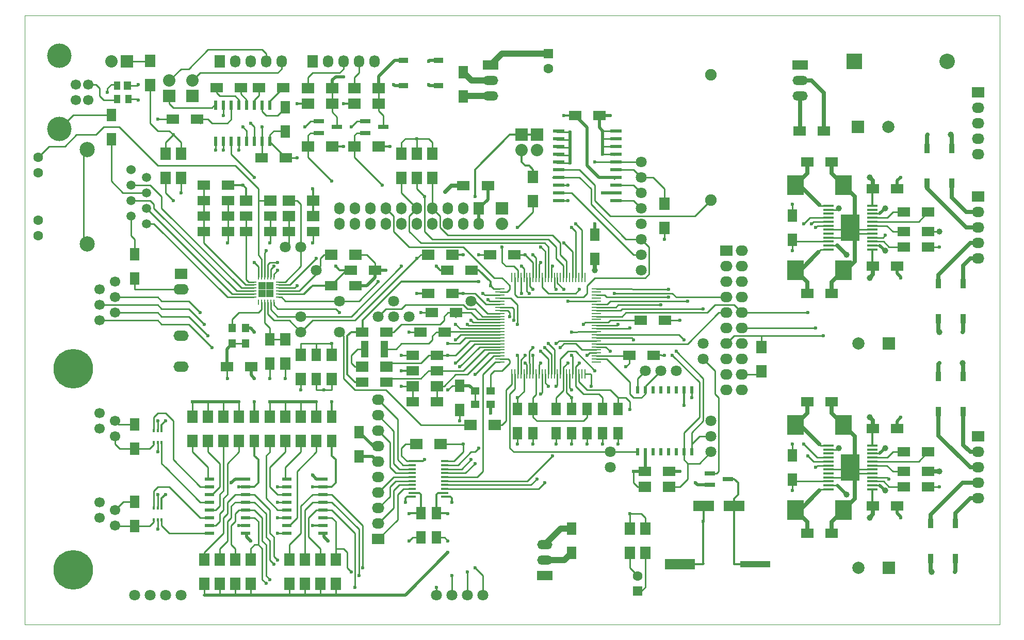
<source format=gbr>
%TF.GenerationSoftware,KiCad,Pcbnew,4.0.3-stable*%
%TF.CreationDate,2016-08-27T14:55:03+02:00*%
%TF.ProjectId,TEST4,54455354342E6B696361645F70636200,rev?*%
%TF.FileFunction,Copper,L1,Top,Signal*%
%FSLAX46Y46*%
G04 Gerber Fmt 4.6, Leading zero omitted, Abs format (unit mm)*
G04 Created by KiCad (PCBNEW 4.0.3-stable) date 08/27/16 14:55:03*
%MOMM*%
%LPD*%
G01*
G04 APERTURE LIST*
%ADD10C,0.100000*%
%ADD11R,2.500000X1.500000*%
%ADD12O,2.500000X1.500000*%
%ADD13C,1.700000*%
%ADD14R,1.270000X0.406400*%
%ADD15R,1.198880X1.399540*%
%ADD16R,1.000760X1.399540*%
%ADD17R,0.508000X1.143000*%
%ADD18R,1.800860X0.800100*%
%ADD19R,2.032000X1.727200*%
%ADD20O,2.032000X1.727200*%
%ADD21C,6.500000*%
%ADD22C,1.524000*%
%ADD23C,1.500000*%
%ADD24C,2.500000*%
%ADD25C,1.600000*%
%ADD26R,1.400000X1.200000*%
%ADD27R,1.200000X1.400000*%
%ADD28R,1.600000X2.000000*%
%ADD29R,2.000000X1.600000*%
%ADD30R,0.508000X1.543000*%
%ADD31R,1.543000X0.508000*%
%ADD32R,1.950000X0.600000*%
%ADD33C,2.540000*%
%ADD34R,2.540000X2.540000*%
%ADD35R,0.350000X0.600000*%
%ADD36R,2.000000X1.700000*%
%ADD37R,1.700000X2.000000*%
%ADD38R,3.500120X1.800860*%
%ADD39R,2.700000X3.200000*%
%ADD40R,0.280000X1.500000*%
%ADD41R,1.500000X0.280000*%
%ADD42R,1.500000X0.900000*%
%ADD43R,0.900000X1.500000*%
%ADD44R,2.032000X2.032000*%
%ADD45O,2.032000X2.032000*%
%ADD46R,2.000000X2.000000*%
%ADD47C,2.000000*%
%ADD48R,1.600000X1.600000*%
%ADD49R,5.000000X1.800000*%
%ADD50R,5.000000X1.000000*%
%ADD51R,1.727200X2.000000*%
%ADD52O,1.727200X2.000000*%
%ADD53R,1.727200X2.032000*%
%ADD54O,1.727200X2.032000*%
%ADD55R,2.000000X1.727200*%
%ADD56O,2.000000X1.727200*%
%ADD57C,1.900000*%
%ADD58C,1.800000*%
%ADD59R,1.150000X2.700000*%
%ADD60O,2.500000X1.727200*%
%ADD61R,1.750000X0.400000*%
%ADD62R,1.500000X1.500000*%
%ADD63C,4.000000*%
%ADD64R,0.850000X0.230000*%
%ADD65R,0.230000X0.850000*%
%ADD66R,1.300000X1.300000*%
%ADD67C,0.600000*%
%ADD68C,1.000000*%
%ADD69C,0.350000*%
%ADD70C,0.500000*%
%ADD71C,0.250000*%
%ADD72C,0.700000*%
%ADD73C,1.000000*%
G04 APERTURE END LIST*
D10*
X0Y-100000000D02*
X0Y0D01*
X160000000Y-100000000D02*
X0Y-100000000D01*
X160000000Y0D02*
X160000000Y-100000000D01*
X0Y0D02*
X160000000Y0D01*
D11*
X76445000Y-8180000D03*
D12*
X76445000Y-10720000D03*
X76445000Y-13260000D03*
D13*
X14850000Y-48820000D03*
X14850000Y-46280000D03*
X12310000Y-45010000D03*
X12310000Y-47550000D03*
X12310000Y-50090000D03*
X14850000Y-43740000D03*
D14*
X68952000Y-79046000D03*
X68952000Y-78411000D03*
X68952000Y-77750600D03*
X68952000Y-77090200D03*
X68952000Y-76455200D03*
X68952000Y-75794800D03*
X68952000Y-75134400D03*
X68952000Y-74499400D03*
X68952000Y-73839000D03*
X68952000Y-73204000D03*
X63618000Y-73204000D03*
X63618000Y-73839000D03*
X63618000Y-74499400D03*
X63618000Y-75134400D03*
X63618000Y-75794800D03*
X63618000Y-76455200D03*
X63618000Y-77090200D03*
X63618000Y-77750600D03*
X63618000Y-78411000D03*
X63618000Y-79046000D03*
D15*
X16889620Y-11525180D03*
D16*
X15170040Y-11525180D03*
X15170040Y-13724820D03*
X17069960Y-13724820D03*
D17*
X100575000Y-71680000D03*
X101845000Y-71680000D03*
X103115000Y-71680000D03*
X104385000Y-71680000D03*
X105655000Y-71680000D03*
X106925000Y-71680000D03*
X108195000Y-71680000D03*
X109465000Y-71680000D03*
X109465000Y-61520000D03*
X108195000Y-61520000D03*
X106925000Y-61520000D03*
X105655000Y-61520000D03*
X104385000Y-61520000D03*
X103115000Y-61520000D03*
X101845000Y-61520000D03*
X100575000Y-61520000D03*
D18*
X48273860Y-17390000D03*
X48273860Y-19290000D03*
X51276140Y-18340000D03*
X55893860Y-17390000D03*
X55893860Y-19290000D03*
X58896140Y-18340000D03*
D13*
X14850000Y-83745000D03*
X14850000Y-81205000D03*
X12310000Y-79935000D03*
X12310000Y-82475000D03*
X14850000Y-69140000D03*
X14850000Y-66600000D03*
X12310000Y-65330000D03*
X12310000Y-67870000D03*
D19*
X58000000Y-86000000D03*
D20*
X58000000Y-83460000D03*
X58000000Y-80920000D03*
X58000000Y-78380000D03*
X58000000Y-75840000D03*
X58000000Y-73300000D03*
X58000000Y-70760000D03*
X58000000Y-68220000D03*
X58000000Y-65680000D03*
X58000000Y-63140000D03*
D21*
X8000000Y-91000000D03*
X8000000Y-58000000D03*
D18*
X112408860Y-75175000D03*
X112408860Y-77075000D03*
X115411140Y-76125000D03*
D22*
X17455000Y-25325000D03*
D23*
X19995000Y-26595000D03*
X17455000Y-27865000D03*
X19995000Y-29135000D03*
X17455000Y-30405000D03*
X19995000Y-31675000D03*
X17455000Y-32945000D03*
D24*
X10295000Y-37520000D03*
X10295000Y-22020000D03*
D25*
X2215000Y-36210000D03*
X2215000Y-25870000D03*
X2215000Y-33670000D03*
X2215000Y-23330000D03*
D23*
X19995000Y-34215000D03*
D26*
X73905000Y-63890000D03*
X73905000Y-61690000D03*
X76445000Y-63890000D03*
X76445000Y-61690000D03*
D27*
X36270000Y-53900000D03*
X34070000Y-53900000D03*
X36270000Y-51360000D03*
X34070000Y-51360000D03*
D11*
X85335000Y-92000000D03*
D12*
X85335000Y-89460000D03*
X85335000Y-86920000D03*
D11*
X127245000Y-8180000D03*
D12*
X127245000Y-10720000D03*
X127245000Y-13260000D03*
D28*
X47870000Y-55710000D03*
X47870000Y-59710000D03*
X71365000Y-60790000D03*
X71365000Y-64790000D03*
D29*
X33170000Y-57710000D03*
X37170000Y-57710000D03*
D28*
X97400000Y-64600000D03*
X97400000Y-68600000D03*
D29*
X29360000Y-30405000D03*
X33360000Y-30405000D03*
X148295000Y-74855000D03*
X144295000Y-74855000D03*
X144295000Y-71680000D03*
X148295000Y-71680000D03*
D28*
X125975000Y-76220000D03*
X125975000Y-72220000D03*
D29*
X101750000Y-74855000D03*
X105750000Y-74855000D03*
X90320000Y-16435000D03*
X94320000Y-16435000D03*
X42455000Y-11835000D03*
X38455000Y-11835000D03*
X63650000Y-63425000D03*
X67650000Y-63425000D03*
X68920000Y-51995000D03*
X64920000Y-51995000D03*
X63650000Y-55805000D03*
X67650000Y-55805000D03*
X103210000Y-55805000D03*
X99210000Y-55805000D03*
D28*
X89780000Y-68600000D03*
X89780000Y-64600000D03*
D29*
X76350000Y-39295000D03*
X80350000Y-39295000D03*
D28*
X80890000Y-68600000D03*
X80890000Y-64600000D03*
D29*
X66190000Y-45645000D03*
X70190000Y-45645000D03*
D28*
X94860000Y-68600000D03*
X94860000Y-64600000D03*
D29*
X69365000Y-41835000D03*
X73365000Y-41835000D03*
D28*
X87240000Y-68600000D03*
X87240000Y-64600000D03*
D29*
X105115000Y-50090000D03*
X101115000Y-50090000D03*
X66825000Y-48820000D03*
X70825000Y-48820000D03*
X63650000Y-58345000D03*
X67650000Y-58345000D03*
D28*
X83430000Y-64600000D03*
X83430000Y-68600000D03*
D29*
X148295000Y-35485000D03*
X144295000Y-35485000D03*
X144295000Y-32310000D03*
X148295000Y-32310000D03*
X128420000Y-85015000D03*
X132420000Y-85015000D03*
D28*
X72000000Y-13355000D03*
X72000000Y-9355000D03*
X89780000Y-84285000D03*
X89780000Y-88285000D03*
D29*
X127150000Y-18975000D03*
X131150000Y-18975000D03*
X139215000Y-41200000D03*
X143215000Y-41200000D03*
X128420000Y-63425000D03*
X132420000Y-63425000D03*
D28*
X125975000Y-36850000D03*
X125975000Y-32850000D03*
D29*
X128420000Y-24055000D03*
X132420000Y-24055000D03*
X144295000Y-77395000D03*
X148295000Y-77395000D03*
X144295000Y-38025000D03*
X148295000Y-38025000D03*
X35470000Y-11835000D03*
X31470000Y-11835000D03*
D28*
X42790000Y-19070000D03*
X42790000Y-15070000D03*
D29*
X24280000Y-17070000D03*
X28280000Y-17070000D03*
X42885000Y-23420000D03*
X38885000Y-23420000D03*
D28*
X18025000Y-39200000D03*
X18025000Y-43200000D03*
X14215000Y-20340000D03*
X14215000Y-16340000D03*
D29*
X29360000Y-32945000D03*
X33360000Y-32945000D03*
X29360000Y-35485000D03*
X33360000Y-35485000D03*
X36345000Y-32945000D03*
X40345000Y-32945000D03*
X36345000Y-35485000D03*
X40345000Y-35485000D03*
D28*
X40250000Y-53170000D03*
X40250000Y-57170000D03*
D29*
X50315000Y-44375000D03*
X54315000Y-44375000D03*
X53490000Y-41835000D03*
X57490000Y-41835000D03*
X43330000Y-35485000D03*
X47330000Y-35485000D03*
D28*
X65015000Y-81745000D03*
X65015000Y-85745000D03*
X67555000Y-81745000D03*
X67555000Y-85745000D03*
X18025000Y-79840000D03*
X18025000Y-83840000D03*
X18025000Y-67140000D03*
X18025000Y-71140000D03*
D29*
X128420000Y-45645000D03*
X132420000Y-45645000D03*
X139215000Y-80570000D03*
X143215000Y-80570000D03*
X139215000Y-67870000D03*
X143215000Y-67870000D03*
X139215000Y-28500000D03*
X143215000Y-28500000D03*
X76000000Y-28000000D03*
X72000000Y-28000000D03*
D28*
X54855000Y-68410000D03*
X54855000Y-72410000D03*
D29*
X33360000Y-27865000D03*
X29360000Y-27865000D03*
X59395000Y-51995000D03*
X55395000Y-51995000D03*
X59395000Y-60250000D03*
X55395000Y-60250000D03*
D28*
X92320000Y-68600000D03*
X92320000Y-64600000D03*
X37710000Y-69870000D03*
X37710000Y-65870000D03*
X50410000Y-69870000D03*
X50410000Y-65870000D03*
D30*
X40250000Y-20680000D03*
X37710000Y-20680000D03*
X36440000Y-20680000D03*
X35170000Y-20680000D03*
X33900000Y-20680000D03*
X32630000Y-20680000D03*
X31360000Y-20680000D03*
X31360000Y-14730000D03*
X32630000Y-14730000D03*
X33900000Y-14730000D03*
X35170000Y-14730000D03*
X36440000Y-14730000D03*
X37710000Y-14730000D03*
X38980000Y-14730000D03*
X40250000Y-14730000D03*
X38980000Y-20680000D03*
D31*
X36240000Y-76125000D03*
X36240000Y-78665000D03*
X36240000Y-79935000D03*
X36240000Y-81205000D03*
X36240000Y-82475000D03*
X36240000Y-83745000D03*
X36240000Y-85015000D03*
X30290000Y-85015000D03*
X30290000Y-83745000D03*
X30290000Y-82475000D03*
X30290000Y-81205000D03*
X30290000Y-79935000D03*
X30290000Y-78665000D03*
X30290000Y-77395000D03*
X30290000Y-76125000D03*
X36240000Y-77395000D03*
X48940000Y-76125000D03*
X48940000Y-78665000D03*
X48940000Y-79935000D03*
X48940000Y-81205000D03*
X48940000Y-82475000D03*
X48940000Y-83745000D03*
X48940000Y-85015000D03*
X42990000Y-85015000D03*
X42990000Y-83745000D03*
X42990000Y-82475000D03*
X42990000Y-81205000D03*
X42990000Y-79935000D03*
X42990000Y-78665000D03*
X42990000Y-77395000D03*
X42990000Y-76125000D03*
X48940000Y-77395000D03*
D32*
X97020000Y-30405000D03*
X97020000Y-29135000D03*
X97020000Y-27865000D03*
X97020000Y-26595000D03*
X97020000Y-25325000D03*
X97020000Y-24055000D03*
X97020000Y-22785000D03*
X97020000Y-21515000D03*
X97020000Y-20245000D03*
X97020000Y-18975000D03*
X87620000Y-18975000D03*
X87620000Y-20245000D03*
X87620000Y-21515000D03*
X87620000Y-22785000D03*
X87620000Y-24055000D03*
X87620000Y-25325000D03*
X87620000Y-26595000D03*
X87620000Y-27865000D03*
X87620000Y-29135000D03*
X87620000Y-30405000D03*
D33*
X151376220Y-7542040D03*
D34*
X136136220Y-7542040D03*
D35*
X22485000Y-68190000D03*
X21835000Y-68190000D03*
X21185000Y-68190000D03*
X21185000Y-70090000D03*
X22485000Y-70090000D03*
X21835000Y-70090000D03*
X22485000Y-80890000D03*
X21835000Y-80890000D03*
X21185000Y-80890000D03*
X21185000Y-82790000D03*
X22485000Y-82790000D03*
X21835000Y-82790000D03*
D36*
X55395000Y-57710000D03*
X59395000Y-57710000D03*
D37*
X64380000Y-22690000D03*
X64380000Y-26690000D03*
X61840000Y-22690000D03*
X61840000Y-26690000D03*
X66920000Y-22690000D03*
X66920000Y-26690000D03*
X83430000Y-26500000D03*
X83430000Y-30500000D03*
X50410000Y-55710000D03*
X50410000Y-59710000D03*
X45330000Y-59710000D03*
X45330000Y-55710000D03*
X20565000Y-7450000D03*
X20565000Y-11450000D03*
X99305000Y-88285000D03*
X99305000Y-84285000D03*
X101845000Y-84285000D03*
X101845000Y-88285000D03*
D36*
X68285000Y-70410000D03*
X64285000Y-70410000D03*
X67650000Y-60885000D03*
X63650000Y-60885000D03*
X58125000Y-11990000D03*
X54125000Y-11990000D03*
X50505000Y-11990000D03*
X46505000Y-11990000D03*
X58125000Y-14530000D03*
X54125000Y-14530000D03*
X50505000Y-14530000D03*
X46505000Y-14530000D03*
X54125000Y-21515000D03*
X58125000Y-21515000D03*
X46505000Y-21515000D03*
X50505000Y-21515000D03*
D37*
X42790000Y-53170000D03*
X42790000Y-57170000D03*
D36*
X47330000Y-30405000D03*
X43330000Y-30405000D03*
D37*
X23105000Y-22690000D03*
X23105000Y-26690000D03*
D36*
X43330000Y-32945000D03*
X47330000Y-32945000D03*
D37*
X51045000Y-93365000D03*
X51045000Y-89365000D03*
X48505000Y-93365000D03*
X48505000Y-89365000D03*
X45965000Y-93365000D03*
X45965000Y-89365000D03*
X43425000Y-93365000D03*
X43425000Y-89365000D03*
X35170000Y-65870000D03*
X35170000Y-69870000D03*
X32630000Y-65870000D03*
X32630000Y-69870000D03*
X30090000Y-65870000D03*
X30090000Y-69870000D03*
X27550000Y-65870000D03*
X27550000Y-69870000D03*
X29455000Y-93365000D03*
X29455000Y-89365000D03*
X31995000Y-93365000D03*
X31995000Y-89365000D03*
X34535000Y-93365000D03*
X34535000Y-89365000D03*
X37075000Y-93365000D03*
X37075000Y-89365000D03*
X47870000Y-65870000D03*
X47870000Y-69870000D03*
X40250000Y-65870000D03*
X40250000Y-69870000D03*
X42790000Y-65870000D03*
X42790000Y-69870000D03*
X45330000Y-65870000D03*
X45330000Y-69870000D03*
X25645000Y-22690000D03*
X25645000Y-26690000D03*
D36*
X70190000Y-39295000D03*
X66190000Y-39295000D03*
X50315000Y-39295000D03*
X54315000Y-39295000D03*
X77175000Y-67235000D03*
X73175000Y-67235000D03*
X36345000Y-30405000D03*
X40345000Y-30405000D03*
D37*
X105020000Y-34945000D03*
X105020000Y-30945000D03*
D38*
X111410640Y-80570000D03*
X116409360Y-80570000D03*
D39*
X134370000Y-81205000D03*
X126470000Y-81205000D03*
X134370000Y-67235000D03*
X126470000Y-67235000D03*
X134370000Y-41835000D03*
X126470000Y-41835000D03*
X134370000Y-27865000D03*
X126470000Y-27865000D03*
D40*
X79927500Y-58827500D03*
X80427500Y-58827500D03*
X80927500Y-58827500D03*
X81427500Y-58827500D03*
X81927500Y-58827500D03*
X82427500Y-58827500D03*
X82927500Y-58827500D03*
X83427500Y-58827500D03*
X83927500Y-58827500D03*
X84427500Y-58827500D03*
X84927500Y-58827500D03*
X85427500Y-58827500D03*
X85927500Y-58827500D03*
X86427500Y-58827500D03*
X86927500Y-58827500D03*
X87427500Y-58827500D03*
X87927500Y-58827500D03*
X88427500Y-58827500D03*
X88927500Y-58827500D03*
X89427500Y-58827500D03*
X89927500Y-58827500D03*
X90427500Y-58827500D03*
X90927500Y-58827500D03*
X91427500Y-58827500D03*
X91927500Y-58827500D03*
D41*
X93827500Y-56927500D03*
X93827500Y-56427500D03*
X93827500Y-55927500D03*
X93827500Y-55427500D03*
X93827500Y-54927500D03*
X93827500Y-54427500D03*
X93827500Y-53927500D03*
X93827500Y-53427500D03*
X93827500Y-52927500D03*
X93827500Y-52427500D03*
X93827500Y-51927500D03*
X93827500Y-51427500D03*
X93827500Y-50927500D03*
X93827500Y-50427500D03*
X93827500Y-49927500D03*
X93827500Y-49427500D03*
X93827500Y-48927500D03*
X93827500Y-48427500D03*
X93827500Y-47927500D03*
X93827500Y-47427500D03*
X93827500Y-46927500D03*
X93827500Y-46427500D03*
X93827500Y-45927500D03*
X93827500Y-45427500D03*
X93827500Y-44927500D03*
D40*
X91927500Y-43027500D03*
X91427500Y-43027500D03*
X90927500Y-43027500D03*
X90427500Y-43027500D03*
X89927500Y-43027500D03*
X89427500Y-43027500D03*
X88927500Y-43027500D03*
X88427500Y-43027500D03*
X87927500Y-43027500D03*
X87427500Y-43027500D03*
X86927500Y-43027500D03*
X86427500Y-43027500D03*
X85927500Y-43027500D03*
X85427500Y-43027500D03*
X84927500Y-43027500D03*
X84427500Y-43027500D03*
X83927500Y-43027500D03*
X83427500Y-43027500D03*
X82927500Y-43027500D03*
X82427500Y-43027500D03*
X81927500Y-43027500D03*
X81427500Y-43027500D03*
X80927500Y-43027500D03*
X80427500Y-43027500D03*
X79927500Y-43027500D03*
D41*
X78027500Y-44927500D03*
X78027500Y-45427500D03*
X78027500Y-45927500D03*
X78027500Y-46427500D03*
X78027500Y-46927500D03*
X78027500Y-47427500D03*
X78027500Y-47927500D03*
X78027500Y-48427500D03*
X78027500Y-48927500D03*
X78027500Y-49427500D03*
X78027500Y-49927500D03*
X78027500Y-50427500D03*
X78027500Y-50927500D03*
X78027500Y-51427500D03*
X78027500Y-51927500D03*
X78027500Y-52427500D03*
X78027500Y-52927500D03*
X78027500Y-53427500D03*
X78027500Y-53927500D03*
X78027500Y-54427500D03*
X78027500Y-54927500D03*
X78027500Y-55427500D03*
X78027500Y-55927500D03*
X78027500Y-56427500D03*
X78027500Y-56927500D03*
D42*
X67875000Y-11500000D03*
X62155000Y-11500000D03*
X67875000Y-7400000D03*
X62155000Y-7400000D03*
D43*
X152155000Y-21830000D03*
X152155000Y-27550000D03*
X148055000Y-21830000D03*
X148055000Y-27550000D03*
X149960000Y-49775000D03*
X149960000Y-44055000D03*
X154060000Y-49775000D03*
X154060000Y-44055000D03*
X154060000Y-59295000D03*
X154060000Y-65015000D03*
X149960000Y-59295000D03*
X149960000Y-65015000D03*
X148690000Y-89145000D03*
X148690000Y-83425000D03*
X152790000Y-89145000D03*
X152790000Y-83425000D03*
D44*
X81525000Y-19610000D03*
D45*
X81525000Y-22150000D03*
D44*
X16755000Y-7545000D03*
D45*
X14215000Y-7545000D03*
D44*
X78350000Y-31675000D03*
D45*
X78350000Y-34215000D03*
D44*
X23740000Y-13260000D03*
D45*
X23740000Y-10720000D03*
D44*
X27550000Y-13260000D03*
D45*
X27550000Y-10720000D03*
D44*
X84065000Y-19610000D03*
D45*
X84065000Y-22150000D03*
D46*
X136770000Y-18340000D03*
D47*
X141770000Y-18340000D03*
D46*
X141850000Y-53900000D03*
D47*
X136850000Y-53900000D03*
D46*
X141850000Y-90730000D03*
D47*
X136850000Y-90730000D03*
D48*
X100575000Y-94540000D03*
D25*
X100575000Y-92040000D03*
D48*
X85970000Y-6275000D03*
D25*
X85970000Y-8775000D03*
D49*
X107560000Y-90095000D03*
D50*
X119910000Y-90095000D03*
D51*
X74540000Y-31675000D03*
D52*
X74540000Y-34215000D03*
X72000000Y-31675000D03*
X72000000Y-34215000D03*
X69460000Y-31675000D03*
X69460000Y-34215000D03*
X66920000Y-31675000D03*
X66920000Y-34215000D03*
X64380000Y-31675000D03*
X64380000Y-34215000D03*
X61840000Y-31675000D03*
X61840000Y-34215000D03*
X59300000Y-31675000D03*
X59300000Y-34215000D03*
X56760000Y-31675000D03*
X56760000Y-34215000D03*
X54220000Y-31675000D03*
X54220000Y-34215000D03*
X51680000Y-31675000D03*
X51680000Y-34215000D03*
D19*
X156455000Y-12625000D03*
D20*
X156455000Y-15165000D03*
X156455000Y-17705000D03*
X156455000Y-20245000D03*
X156455000Y-22785000D03*
D53*
X31995000Y-7545000D03*
D54*
X34535000Y-7545000D03*
X37075000Y-7545000D03*
X39615000Y-7545000D03*
X42155000Y-7545000D03*
D19*
X156455000Y-29770000D03*
D20*
X156455000Y-32310000D03*
X156455000Y-34850000D03*
X156455000Y-37390000D03*
X156455000Y-39930000D03*
D19*
X156455000Y-69140000D03*
D20*
X156455000Y-71680000D03*
X156455000Y-74220000D03*
X156455000Y-76760000D03*
X156455000Y-79300000D03*
D53*
X47235000Y-7545000D03*
D54*
X49775000Y-7545000D03*
X52315000Y-7545000D03*
X54855000Y-7545000D03*
X57395000Y-7545000D03*
D55*
X115180000Y-38660000D03*
D56*
X117720000Y-38660000D03*
X115180000Y-41200000D03*
X117720000Y-41200000D03*
X115180000Y-43740000D03*
X117720000Y-43740000D03*
X115180000Y-46280000D03*
X117720000Y-46280000D03*
X115180000Y-48820000D03*
X117720000Y-48820000D03*
X115180000Y-51360000D03*
X117720000Y-51360000D03*
X115180000Y-53900000D03*
X117720000Y-53900000D03*
X115180000Y-56440000D03*
X117720000Y-56440000D03*
X115180000Y-58980000D03*
X117720000Y-58980000D03*
X115180000Y-61520000D03*
X117720000Y-61520000D03*
D57*
X112640000Y-30300000D03*
X112640000Y-9800000D03*
D58*
X96130000Y-74220000D03*
X101210000Y-29135000D03*
X101210000Y-26595000D03*
X101210000Y-41835000D03*
X58030000Y-49455000D03*
X42790000Y-38025000D03*
X60570000Y-49455000D03*
X47870000Y-41835000D03*
X51680000Y-46915000D03*
X63110000Y-49455000D03*
X73270000Y-46915000D03*
X45330000Y-38025000D03*
X60570000Y-46915000D03*
X51680000Y-51995000D03*
X45330000Y-49455000D03*
X45330000Y-51995000D03*
X111370000Y-53900000D03*
X106925000Y-58345000D03*
X25645000Y-95175000D03*
X20565000Y-95175000D03*
X72635000Y-95175000D03*
X70095000Y-95175000D03*
X67555000Y-95175000D03*
X75175000Y-95175000D03*
X23105000Y-95175000D03*
X18025000Y-95175000D03*
X112640000Y-66600000D03*
X104385000Y-58345000D03*
X101845000Y-58345000D03*
X112640000Y-69140000D03*
X112640000Y-71680000D03*
X96130000Y-71680000D03*
X101210000Y-24055000D03*
X101210000Y-34215000D03*
X101210000Y-39295000D03*
X101210000Y-31675000D03*
X101210000Y-36755000D03*
X111370000Y-56440000D03*
D59*
X55770000Y-54789000D03*
X59020000Y-54789000D03*
D19*
X25645000Y-42470000D03*
D60*
X25645000Y-45010000D03*
X25645000Y-52630000D03*
X25645000Y-57710000D03*
D36*
X101750000Y-77395000D03*
X105750000Y-77395000D03*
D37*
X120895000Y-58440000D03*
X120895000Y-54440000D03*
D61*
X131900000Y-70645000D03*
X131900000Y-71295000D03*
X131900000Y-71945000D03*
X131900000Y-72595000D03*
X131900000Y-73245000D03*
X131900000Y-73895000D03*
X131900000Y-74545000D03*
X131900000Y-75195000D03*
X131900000Y-75845000D03*
X131900000Y-76495000D03*
X131900000Y-77145000D03*
X131900000Y-77795000D03*
X139100000Y-77795000D03*
X139100000Y-77145000D03*
X139100000Y-76495000D03*
X139100000Y-75845000D03*
X139100000Y-75195000D03*
X139100000Y-74545000D03*
X139100000Y-73895000D03*
X139100000Y-73245000D03*
X139100000Y-72595000D03*
X139100000Y-71945000D03*
X139100000Y-71295000D03*
X139100000Y-70645000D03*
D62*
X134750000Y-74220000D03*
X136250000Y-74220000D03*
X136250000Y-72820000D03*
X134750000Y-72820000D03*
X134750000Y-75620000D03*
X136250000Y-75620000D03*
D61*
X131900000Y-31275000D03*
X131900000Y-31925000D03*
X131900000Y-32575000D03*
X131900000Y-33225000D03*
X131900000Y-33875000D03*
X131900000Y-34525000D03*
X131900000Y-35175000D03*
X131900000Y-35825000D03*
X131900000Y-36475000D03*
X131900000Y-37125000D03*
X131900000Y-37775000D03*
X131900000Y-38425000D03*
X139100000Y-38425000D03*
X139100000Y-37775000D03*
X139100000Y-37125000D03*
X139100000Y-36475000D03*
X139100000Y-35825000D03*
X139100000Y-35175000D03*
X139100000Y-34525000D03*
X139100000Y-33875000D03*
X139100000Y-33225000D03*
X139100000Y-32575000D03*
X139100000Y-31925000D03*
X139100000Y-31275000D03*
D62*
X134750000Y-34850000D03*
X136250000Y-34850000D03*
X136250000Y-33450000D03*
X134750000Y-33450000D03*
X134750000Y-36250000D03*
X136250000Y-36250000D03*
D13*
X10416000Y-13875000D03*
X10416000Y-11375000D03*
X8416000Y-11375000D03*
X8416000Y-13875000D03*
D63*
X5706000Y-18645000D03*
X5706000Y-6605000D03*
D64*
X37565000Y-43760000D03*
X37565000Y-44260000D03*
X37565000Y-44760000D03*
X37565000Y-45260000D03*
X37565000Y-45760000D03*
X37565000Y-46260000D03*
D65*
X38365000Y-47060000D03*
X38865000Y-47060000D03*
X39365000Y-47060000D03*
X39865000Y-47060000D03*
X40365000Y-47060000D03*
X40865000Y-47060000D03*
D64*
X41665000Y-46260000D03*
X41665000Y-45760000D03*
X41665000Y-45260000D03*
X41665000Y-44760000D03*
X41665000Y-44260000D03*
X41665000Y-43760000D03*
D65*
X40865000Y-42960000D03*
X40365000Y-42960000D03*
X39865000Y-42960000D03*
X39365000Y-42960000D03*
X38865000Y-42960000D03*
X38365000Y-42960000D03*
D66*
X40265000Y-45660000D03*
X40265000Y-44360000D03*
X38965000Y-45660000D03*
X38965000Y-44360000D03*
D28*
X93590000Y-40025000D03*
X93590000Y-36025000D03*
D67*
X67555000Y-41200000D03*
X93590000Y-34215000D03*
X110100000Y-76760000D03*
X107560000Y-74855000D03*
X63110000Y-51995000D03*
X65015000Y-48820000D03*
X88510000Y-45010000D03*
X108195000Y-64060000D03*
X49140000Y-61520000D03*
X83430000Y-39295000D03*
X80890000Y-55805000D03*
X84700000Y-57075000D03*
X83430000Y-55805000D03*
X82160000Y-57075000D03*
X92320000Y-55805000D03*
X37710000Y-51995000D03*
X61840000Y-58345000D03*
X71365000Y-66600000D03*
X61840000Y-60885000D03*
X76445000Y-65330000D03*
X37710000Y-59615000D03*
X97400000Y-70410000D03*
X107560000Y-50090000D03*
X47235000Y-75490000D03*
X18660000Y-11355000D03*
X50410000Y-63425000D03*
X37710000Y-63425000D03*
X69460000Y-86285000D03*
X63110000Y-86285000D03*
X65650000Y-72950000D03*
X70095000Y-79935000D03*
X62475000Y-79935000D03*
X33900000Y-76760000D03*
X49775000Y-86285000D03*
X37075000Y-86285000D03*
X69000000Y-29000000D03*
X66285000Y-7545000D03*
X59300000Y-41835000D03*
X94860000Y-22785000D03*
X94860000Y-18975000D03*
X96130000Y-16435000D03*
X94860000Y-29135000D03*
X148200000Y-19610000D03*
X153915000Y-51995000D03*
X150105000Y-57075000D03*
X152645000Y-91365000D03*
X89462500Y-19117500D03*
X89462500Y-24197500D03*
X94860000Y-70410000D03*
X74540000Y-39295000D03*
X89780000Y-70410000D03*
X87240000Y-70410000D03*
X83430000Y-70410000D03*
X80890000Y-70410000D03*
X64380000Y-45645000D03*
X61840000Y-55805000D03*
X83430000Y-54535000D03*
X39615000Y-38660000D03*
X40250000Y-37390000D03*
X47235000Y-37390000D03*
X42790000Y-59615000D03*
X40250000Y-59615000D03*
X33265000Y-37390000D03*
X38980000Y-18340000D03*
X21835000Y-17070000D03*
X143755000Y-26595000D03*
X125975000Y-70410000D03*
X125975000Y-31040000D03*
X143755000Y-82475000D03*
X143755000Y-43105000D03*
X143755000Y-65965000D03*
X150105000Y-77395000D03*
X150105000Y-38025000D03*
X105020000Y-55805000D03*
X105020000Y-36755000D03*
X99940000Y-74855000D03*
X64380000Y-20245000D03*
X33265000Y-59615000D03*
X69460000Y-61520000D03*
X24375000Y-19610000D03*
X111370000Y-83110000D03*
X35170000Y-77395000D03*
X47235000Y-77395000D03*
X69460000Y-81840000D03*
X59935000Y-21515000D03*
X52315000Y-21515000D03*
X53585000Y-18340000D03*
X45965000Y-18340000D03*
X98670000Y-57710000D03*
X47235000Y-28500000D03*
X35805000Y-27865000D03*
X72000000Y-39295000D03*
X51045000Y-41200000D03*
X72000000Y-45645000D03*
X44695000Y-23420000D03*
X69460000Y-88190000D03*
X88510000Y-16435000D03*
X92320000Y-70410000D03*
X82160000Y-39295000D03*
X47235000Y-83745000D03*
X35170000Y-83745000D03*
X89780000Y-62790000D03*
X80890000Y-62790000D03*
X69460000Y-55805000D03*
X125975000Y-78030000D03*
X125975000Y-38660000D03*
X76445000Y-44375000D03*
X74540000Y-43740000D03*
D68*
X93590000Y-41835000D03*
D67*
X82160000Y-55805000D03*
X89145000Y-57075000D03*
X91685000Y-50725000D03*
X91050000Y-57075000D03*
D68*
X152010000Y-19610000D03*
X150105000Y-51995000D03*
X153915000Y-57075000D03*
X148835000Y-91365000D03*
X150105000Y-35485000D03*
X138675000Y-82475000D03*
X138675000Y-65965000D03*
X138675000Y-26595000D03*
X138675000Y-43105000D03*
X150105000Y-74855000D03*
D67*
X93590000Y-58345000D03*
X127880000Y-70410000D03*
X128515000Y-48820000D03*
X129150000Y-34215000D03*
X128515000Y-72315000D03*
X129785000Y-51360000D03*
X111370000Y-48185000D03*
X129785000Y-34850000D03*
X129785000Y-74220000D03*
X127880000Y-34215000D03*
X108195000Y-53265000D03*
X18660000Y-13895000D03*
X63110000Y-81840000D03*
X44695000Y-14530000D03*
X66285000Y-11355000D03*
X52315000Y-14530000D03*
X70730000Y-57075000D03*
X13580000Y-12625000D03*
X71365000Y-57710000D03*
X89780000Y-55805000D03*
X93590000Y-24055000D03*
X89145000Y-30405000D03*
X89145000Y-27865000D03*
X96130000Y-55170000D03*
X97400000Y-50725000D03*
X109465000Y-62790000D03*
X87240000Y-60885000D03*
X99940000Y-53265000D03*
X106290000Y-55805000D03*
X104385000Y-47550000D03*
X106925000Y-55170000D03*
X105655000Y-46280000D03*
X88510000Y-37390000D03*
X50410000Y-27230000D03*
X58665000Y-27865000D03*
X84700000Y-38025000D03*
X32630000Y-16435000D03*
X89780000Y-51995000D03*
X32630000Y-22150000D03*
X89145000Y-46915000D03*
X37710000Y-26595000D03*
X90415000Y-34215000D03*
X31360000Y-22150000D03*
X35170000Y-22150000D03*
X89780000Y-34850000D03*
X73905000Y-29770000D03*
X65650000Y-29770000D03*
X81525000Y-41200000D03*
X37710000Y-40565000D03*
X25645000Y-29135000D03*
X24375000Y-30405000D03*
X86605000Y-41200000D03*
X75175000Y-45645000D03*
X64380000Y-39930000D03*
X61840000Y-41200000D03*
X76064000Y-46661000D03*
X47870000Y-39930000D03*
X51680000Y-48820000D03*
X58030000Y-43740000D03*
X73270000Y-50090000D03*
X72635000Y-50725000D03*
X70730000Y-50725000D03*
X41520000Y-40565000D03*
X70730000Y-53265000D03*
X40885000Y-41200000D03*
X41520000Y-41835000D03*
X69460000Y-53900000D03*
X84700000Y-62155000D03*
X84065000Y-76125000D03*
X85335000Y-76760000D03*
X85970000Y-60885000D03*
X89780000Y-61520000D03*
X86605000Y-72315000D03*
X74540000Y-71045000D03*
X80890000Y-50725000D03*
X73905000Y-73585000D03*
X80255000Y-50090000D03*
X73270000Y-72950000D03*
X79620000Y-49455000D03*
X41520000Y-89460000D03*
X81525000Y-45645000D03*
X82795000Y-45645000D03*
X40885000Y-90095000D03*
X40250000Y-92635000D03*
X87240000Y-53900000D03*
X87875000Y-54535000D03*
X39615000Y-93270000D03*
X92955000Y-60885000D03*
X67555000Y-93905000D03*
X54220000Y-93905000D03*
X73905000Y-90730000D03*
X84700000Y-55170000D03*
X55490000Y-90730000D03*
X72635000Y-91365000D03*
X53585000Y-91365000D03*
X85335000Y-54535000D03*
X85970000Y-53900000D03*
X70095000Y-92000000D03*
X54855000Y-92000000D03*
X35805000Y-18340000D03*
X37075000Y-17705000D03*
X141850000Y-76125000D03*
X105655000Y-45010000D03*
X131055000Y-52630000D03*
X141215000Y-36120000D03*
X21835000Y-66600000D03*
X21835000Y-71680000D03*
X21835000Y-78665000D03*
X21835000Y-84380000D03*
X41520000Y-82475000D03*
X29455000Y-50725000D03*
X30725000Y-54535000D03*
X41520000Y-77395000D03*
X28820000Y-48820000D03*
X41520000Y-85015000D03*
X41520000Y-79935000D03*
X30090000Y-52630000D03*
X40250000Y-63425000D03*
X35170000Y-63425000D03*
X27550000Y-63425000D03*
X47870000Y-63425000D03*
X23105000Y-66600000D03*
X23105000Y-78665000D03*
D68*
X133595000Y-71045000D03*
X141215000Y-71045000D03*
X141215000Y-78030000D03*
X134865000Y-78665000D03*
X133595000Y-31675000D03*
X141215000Y-31675000D03*
X141215000Y-38660000D03*
X134865000Y-39295000D03*
D67*
X91050000Y-45010000D03*
X96765000Y-45645000D03*
X108830000Y-46915000D03*
X44695000Y-44375000D03*
X52315000Y-10085000D03*
X60570000Y-11355000D03*
X72000000Y-70410000D03*
X73905000Y-58980000D03*
X99305000Y-51360000D03*
X99305000Y-81840000D03*
X99305000Y-64695000D03*
X87240000Y-45010000D03*
X84700000Y-40565000D03*
X50410000Y-53900000D03*
X83430000Y-45010000D03*
X45330000Y-61520000D03*
X78350000Y-38025000D03*
X80890000Y-34850000D03*
D69*
X69365000Y-41835000D02*
X68190000Y-41835000D01*
X68190000Y-41835000D02*
X67555000Y-41200000D01*
D70*
X93590000Y-36025000D02*
X93590000Y-34215000D01*
X112408860Y-77075000D02*
X110415000Y-77075000D01*
X110415000Y-77075000D02*
X110100000Y-76760000D01*
X105750000Y-74855000D02*
X107560000Y-74855000D01*
D71*
X64920000Y-51995000D02*
X63110000Y-51995000D01*
X66825000Y-48820000D02*
X65015000Y-48820000D01*
X87427500Y-43027500D02*
X87427500Y-43927500D01*
X87427500Y-43927500D02*
X88510000Y-45010000D01*
D69*
X83430000Y-26500000D02*
X83430000Y-25325000D01*
X81525000Y-24055000D02*
X81525000Y-22150000D01*
X82160000Y-24690000D02*
X81525000Y-24055000D01*
X82795000Y-24690000D02*
X82160000Y-24690000D01*
X83430000Y-25325000D02*
X82795000Y-24690000D01*
X108195000Y-61520000D02*
X108195000Y-64060000D01*
D71*
X50410000Y-59710000D02*
X50410000Y-61520000D01*
X47870000Y-61520000D02*
X49140000Y-61520000D01*
X47870000Y-61520000D02*
X47870000Y-59710000D01*
X50410000Y-61520000D02*
X49140000Y-61520000D01*
D70*
X54855000Y-72410000D02*
X57110000Y-72410000D01*
X57110000Y-72410000D02*
X58000000Y-73300000D01*
D71*
X83927500Y-43027500D02*
X83927500Y-39792500D01*
X83927500Y-39792500D02*
X83430000Y-39295000D01*
X80927500Y-58827500D02*
X80927500Y-55842500D01*
X80927500Y-55842500D02*
X80890000Y-55805000D01*
X84427500Y-58827500D02*
X84427500Y-57347500D01*
X84427500Y-57347500D02*
X84700000Y-57075000D01*
X83427500Y-58827500D02*
X83427500Y-55807500D01*
X83427500Y-55807500D02*
X83430000Y-55805000D01*
X82427500Y-58827500D02*
X82427500Y-57342500D01*
X82427500Y-57342500D02*
X82160000Y-57075000D01*
X93827500Y-55427500D02*
X92697500Y-55427500D01*
X92697500Y-55427500D02*
X92320000Y-55805000D01*
X139100000Y-74545000D02*
X136575000Y-74545000D01*
X136575000Y-74545000D02*
X136250000Y-74220000D01*
X131900000Y-74545000D02*
X134425000Y-74545000D01*
X134425000Y-74545000D02*
X134750000Y-74220000D01*
X131900000Y-75845000D02*
X134525000Y-75845000D01*
X134525000Y-75845000D02*
X134750000Y-75620000D01*
D70*
X36270000Y-51360000D02*
X37075000Y-51360000D01*
X37075000Y-51360000D02*
X37710000Y-51995000D01*
D69*
X63650000Y-58345000D02*
X61840000Y-58345000D01*
D71*
X71365000Y-64790000D02*
X71365000Y-66600000D01*
X63650000Y-60885000D02*
X61840000Y-60885000D01*
X63650000Y-60885000D02*
X63650000Y-63425000D01*
D70*
X76445000Y-63890000D02*
X76445000Y-65330000D01*
X37170000Y-57710000D02*
X37170000Y-59075000D01*
X37170000Y-59075000D02*
X37710000Y-59615000D01*
D71*
X14215000Y-16340000D02*
X8011000Y-16340000D01*
X8011000Y-16340000D02*
X5706000Y-18645000D01*
X18025000Y-43200000D02*
X18025000Y-45010000D01*
X18025000Y-45010000D02*
X25645000Y-45010000D01*
X100575000Y-92040000D02*
X100575000Y-92000000D01*
X100575000Y-92000000D02*
X99305000Y-90730000D01*
X99305000Y-90730000D02*
X99305000Y-88285000D01*
X97400000Y-68600000D02*
X97400000Y-70410000D01*
X105115000Y-50090000D02*
X107560000Y-50090000D01*
X63618000Y-73204000D02*
X62729000Y-73204000D01*
X62475000Y-70410000D02*
X64285000Y-70410000D01*
X61840000Y-71045000D02*
X62475000Y-70410000D01*
X61840000Y-72315000D02*
X61840000Y-71045000D01*
X62729000Y-73204000D02*
X61840000Y-72315000D01*
D70*
X49140000Y-76125000D02*
X47870000Y-76125000D01*
X47870000Y-76125000D02*
X47235000Y-75490000D01*
D71*
X16889620Y-11525180D02*
X18489820Y-11525180D01*
X18489820Y-11525180D02*
X18660000Y-11355000D01*
D69*
X50410000Y-65870000D02*
X50410000Y-63425000D01*
X37710000Y-65870000D02*
X37710000Y-63425000D01*
D71*
X67555000Y-85745000D02*
X68920000Y-85745000D01*
X68920000Y-85745000D02*
X69460000Y-86285000D01*
X65015000Y-85745000D02*
X63650000Y-85745000D01*
X63650000Y-85745000D02*
X63110000Y-86285000D01*
D69*
X63618000Y-73204000D02*
X65396000Y-73204000D01*
X65396000Y-73204000D02*
X65650000Y-72950000D01*
X68952000Y-79046000D02*
X69841000Y-79046000D01*
X70095000Y-79300000D02*
X70095000Y-79935000D01*
X69841000Y-79046000D02*
X70095000Y-79300000D01*
X63618000Y-79046000D02*
X62729000Y-79046000D01*
X62475000Y-79300000D02*
X62475000Y-79935000D01*
X62729000Y-79046000D02*
X62475000Y-79300000D01*
D70*
X36440000Y-76125000D02*
X34535000Y-76125000D01*
X34535000Y-76125000D02*
X33900000Y-76760000D01*
X49140000Y-85015000D02*
X49140000Y-85650000D01*
X49140000Y-85650000D02*
X49775000Y-86285000D01*
X36440000Y-85015000D02*
X36440000Y-85650000D01*
X36440000Y-85650000D02*
X37075000Y-86285000D01*
X36440000Y-76125000D02*
X35805000Y-76125000D01*
D72*
X72000000Y-28000000D02*
X70000000Y-28000000D01*
X70000000Y-28000000D02*
X69000000Y-29000000D01*
D70*
X67875000Y-7400000D02*
X66430000Y-7400000D01*
X66430000Y-7400000D02*
X66285000Y-7545000D01*
D71*
X54315000Y-39295000D02*
X56125000Y-39295000D01*
X57490000Y-40660000D02*
X57490000Y-41835000D01*
X56125000Y-39295000D02*
X57490000Y-40660000D01*
D70*
X57490000Y-41835000D02*
X57490000Y-43010000D01*
X56125000Y-44375000D02*
X54315000Y-44375000D01*
X57490000Y-43010000D02*
X56125000Y-44375000D01*
X57490000Y-41835000D02*
X59300000Y-41835000D01*
D73*
X76445000Y-10720000D02*
X73365000Y-10720000D01*
X73365000Y-10720000D02*
X72000000Y-9355000D01*
D72*
X127245000Y-10720000D02*
X129150000Y-10720000D01*
X131150000Y-12720000D02*
X131150000Y-18975000D01*
X129150000Y-10720000D02*
X131150000Y-12720000D01*
D71*
X97020000Y-22785000D02*
X94860000Y-22785000D01*
D70*
X94860000Y-22785000D02*
X94860000Y-21515000D01*
D71*
X97020000Y-21515000D02*
X94860000Y-21515000D01*
X97020000Y-20245000D02*
X94860000Y-20245000D01*
X97020000Y-18975000D02*
X94860000Y-18975000D01*
D70*
X94860000Y-21515000D02*
X94860000Y-20245000D01*
X94860000Y-20245000D02*
X94860000Y-18975000D01*
X94320000Y-18435000D02*
X94860000Y-18975000D01*
X94320000Y-18435000D02*
X94320000Y-16435000D01*
X94320000Y-16435000D02*
X96130000Y-16435000D01*
X97020000Y-29135000D02*
X94860000Y-29135000D01*
D73*
X85335000Y-89460000D02*
X88605000Y-89460000D01*
X88605000Y-89460000D02*
X89780000Y-88285000D01*
D70*
X94542500Y-16657500D02*
X94320000Y-16435000D01*
D72*
X148055000Y-21830000D02*
X148055000Y-19755000D01*
X148055000Y-19755000D02*
X148200000Y-19610000D01*
X154060000Y-49775000D02*
X154060000Y-51850000D01*
X154060000Y-51850000D02*
X153915000Y-51995000D01*
X149960000Y-59295000D02*
X149960000Y-57220000D01*
X149960000Y-57220000D02*
X150105000Y-57075000D01*
X152790000Y-89145000D02*
X152790000Y-91220000D01*
X152790000Y-91220000D02*
X152645000Y-91365000D01*
D70*
X89462500Y-22927500D02*
X89462500Y-24197500D01*
D71*
X87302500Y-24197500D02*
X89462500Y-24197500D01*
X87302500Y-22927500D02*
X89462500Y-22927500D01*
D70*
X89462500Y-21657500D02*
X89462500Y-22927500D01*
D71*
X87302500Y-21657500D02*
X89462500Y-21657500D01*
D70*
X89462500Y-20387500D02*
X89462500Y-21657500D01*
D71*
X87302500Y-20387500D02*
X89462500Y-20387500D01*
X89462500Y-19117500D02*
X87302500Y-19117500D01*
D70*
X89462500Y-19117500D02*
X89462500Y-20387500D01*
D71*
X94860000Y-68600000D02*
X94860000Y-70410000D01*
X76350000Y-39295000D02*
X74540000Y-39295000D01*
X89780000Y-68600000D02*
X89780000Y-70410000D01*
X87240000Y-68600000D02*
X87240000Y-70410000D01*
X83430000Y-68600000D02*
X83430000Y-70410000D01*
X80890000Y-68600000D02*
X80890000Y-70410000D01*
D69*
X66190000Y-45645000D02*
X64380000Y-45645000D01*
D71*
X63650000Y-55805000D02*
X61840000Y-55805000D01*
X57715000Y-73585000D02*
X58000000Y-73300000D01*
X39365000Y-42960000D02*
X39365000Y-39045000D01*
X39365000Y-39045000D02*
X39615000Y-38660000D01*
X40345000Y-37295000D02*
X40250000Y-37390000D01*
X40345000Y-37295000D02*
X40345000Y-35485000D01*
X96702500Y-22927500D02*
X96797500Y-22832500D01*
X47330000Y-35485000D02*
X47330000Y-37295000D01*
X47330000Y-37295000D02*
X47235000Y-37390000D01*
X33360000Y-32945000D02*
X33360000Y-35485000D01*
X33360000Y-30405000D02*
X33360000Y-32945000D01*
X42790000Y-57170000D02*
X42790000Y-59615000D01*
X40250000Y-57170000D02*
X40250000Y-59615000D01*
X139100000Y-75195000D02*
X136675000Y-75195000D01*
X136675000Y-75195000D02*
X136250000Y-75620000D01*
X139100000Y-35825000D02*
X136675000Y-35825000D01*
X136675000Y-35825000D02*
X136250000Y-36250000D01*
X131900000Y-36475000D02*
X134525000Y-36475000D01*
X134525000Y-36475000D02*
X134750000Y-36250000D01*
X131900000Y-35175000D02*
X134425000Y-35175000D01*
X134425000Y-35175000D02*
X134750000Y-34850000D01*
X139100000Y-35175000D02*
X136575000Y-35175000D01*
X136575000Y-35175000D02*
X136250000Y-34850000D01*
X33360000Y-35485000D02*
X33360000Y-37295000D01*
X33360000Y-37295000D02*
X33265000Y-37390000D01*
X40345000Y-35485000D02*
X40345000Y-32945000D01*
X38980000Y-20880000D02*
X38980000Y-18340000D01*
X38980000Y-20880000D02*
X38980000Y-23325000D01*
X38980000Y-23325000D02*
X38885000Y-23420000D01*
X24280000Y-17070000D02*
X21835000Y-17070000D01*
X143215000Y-27325000D02*
X143215000Y-27135000D01*
D70*
X143215000Y-27135000D02*
X143755000Y-26595000D01*
D71*
X125975000Y-72220000D02*
X125975000Y-70410000D01*
X125975000Y-32850000D02*
X125975000Y-31040000D01*
X136675000Y-75195000D02*
X136250000Y-75620000D01*
D72*
X134370000Y-41835000D02*
X132420000Y-43785000D01*
X132420000Y-43785000D02*
X132420000Y-45645000D01*
X134370000Y-27865000D02*
X132420000Y-25915000D01*
X132420000Y-25915000D02*
X132420000Y-24055000D01*
X134370000Y-27865000D02*
X136250000Y-29745000D01*
X136250000Y-29745000D02*
X136250000Y-33450000D01*
X134370000Y-81205000D02*
X132420000Y-83155000D01*
X132420000Y-83155000D02*
X132420000Y-85015000D01*
X134370000Y-67235000D02*
X132420000Y-65285000D01*
X132420000Y-65285000D02*
X132420000Y-63425000D01*
X134370000Y-67235000D02*
X136250000Y-69115000D01*
X136250000Y-69115000D02*
X136250000Y-72820000D01*
X134370000Y-81205000D02*
X136250000Y-79325000D01*
X136250000Y-79325000D02*
X136250000Y-75620000D01*
D70*
X143215000Y-81745000D02*
X143755000Y-82285000D01*
D71*
X143755000Y-82285000D02*
X143755000Y-82475000D01*
D70*
X143215000Y-42375000D02*
X143755000Y-42915000D01*
D71*
X143755000Y-42915000D02*
X143755000Y-43105000D01*
D70*
X143215000Y-28500000D02*
X143215000Y-27325000D01*
X143215000Y-41200000D02*
X143215000Y-42375000D01*
X143215000Y-67870000D02*
X143215000Y-66695000D01*
X143215000Y-66695000D02*
X143755000Y-65965000D01*
X143215000Y-80570000D02*
X143215000Y-81745000D01*
D71*
X148295000Y-77395000D02*
X150105000Y-77395000D01*
X148295000Y-38025000D02*
X150105000Y-38025000D01*
X134425000Y-35245000D02*
X134750000Y-34920000D01*
D72*
X134700000Y-41920000D02*
X136250000Y-40370000D01*
X136250000Y-40370000D02*
X136250000Y-36320000D01*
D71*
X136675000Y-35895000D02*
X136250000Y-36320000D01*
X136575000Y-35245000D02*
X136250000Y-34920000D01*
X103002500Y-55662500D02*
X105020000Y-55805000D01*
X82927500Y-58827500D02*
X82927500Y-57207500D01*
X82795000Y-55170000D02*
X83430000Y-54535000D01*
X82795000Y-57075000D02*
X82795000Y-55170000D01*
X82927500Y-57207500D02*
X82795000Y-57075000D01*
X139100000Y-72595000D02*
X141570000Y-72595000D01*
X142485000Y-71680000D02*
X144295000Y-71680000D01*
X141570000Y-72595000D02*
X142485000Y-71680000D01*
X139100000Y-73245000D02*
X146730000Y-73245000D01*
X146730000Y-73245000D02*
X148295000Y-71680000D01*
X105020000Y-34945000D02*
X105020000Y-36755000D01*
X99940000Y-74855000D02*
X99940000Y-76760000D01*
D70*
X101750000Y-74855000D02*
X99940000Y-74855000D01*
D71*
X100575000Y-77395000D02*
X101750000Y-77395000D01*
X99940000Y-76760000D02*
X100575000Y-77395000D01*
X117720000Y-58980000D02*
X120355000Y-58980000D01*
X120355000Y-58980000D02*
X120895000Y-58440000D01*
D70*
X101845000Y-71680000D02*
X101845000Y-74760000D01*
X101845000Y-74760000D02*
X101750000Y-74855000D01*
D71*
X59395000Y-57075000D02*
X65015000Y-57075000D01*
X66285000Y-55805000D02*
X67650000Y-55805000D01*
X65015000Y-57075000D02*
X66285000Y-55805000D01*
X66920000Y-22690000D02*
X66920000Y-20880000D01*
X66285000Y-20245000D02*
X64380000Y-20245000D01*
X66920000Y-20880000D02*
X66285000Y-20245000D01*
X61840000Y-22690000D02*
X61840000Y-20880000D01*
X64380000Y-20245000D02*
X64380000Y-22690000D01*
X62475000Y-20245000D02*
X64380000Y-20245000D01*
X61840000Y-20880000D02*
X62475000Y-20245000D01*
X33170000Y-57710000D02*
X33170000Y-59520000D01*
X33170000Y-59520000D02*
X33265000Y-59615000D01*
X71365000Y-60790000D02*
X70190000Y-60790000D01*
X70190000Y-60790000D02*
X69460000Y-61520000D01*
X73905000Y-61690000D02*
X73905000Y-63890000D01*
X36270000Y-53900000D02*
X34070000Y-53900000D01*
D70*
X34070000Y-53900000D02*
X33170000Y-54800000D01*
X33170000Y-54800000D02*
X33170000Y-57710000D01*
X73905000Y-61690000D02*
X73005000Y-60790000D01*
X73005000Y-60790000D02*
X71365000Y-60790000D01*
D71*
X72000000Y-60885000D02*
X72000000Y-60885000D01*
X20565000Y-11450000D02*
X20565000Y-17705000D01*
X23740000Y-18975000D02*
X24375000Y-19610000D01*
X21835000Y-18975000D02*
X23740000Y-18975000D01*
X20565000Y-17705000D02*
X21835000Y-18975000D01*
D69*
X111370000Y-90095000D02*
X111370000Y-83110000D01*
D71*
X111410640Y-83069360D02*
X111370000Y-83110000D01*
D69*
X111410640Y-83069360D02*
X111410640Y-80570000D01*
X107560000Y-90095000D02*
X111370000Y-90095000D01*
X111370000Y-90095000D02*
X111410640Y-90054360D01*
X111370000Y-80610640D02*
X111410640Y-80570000D01*
X36440000Y-77395000D02*
X35170000Y-77395000D01*
D71*
X47235000Y-77395000D02*
X47235000Y-77395000D01*
D69*
X47235000Y-77395000D02*
X49140000Y-77395000D01*
X49140000Y-77395000D02*
X50410000Y-77395000D01*
X50410000Y-72315000D02*
X50410000Y-69870000D01*
X51045000Y-72950000D02*
X50410000Y-72315000D01*
X51045000Y-76760000D02*
X51045000Y-72950000D01*
X50410000Y-77395000D02*
X51045000Y-76760000D01*
X36440000Y-77395000D02*
X37710000Y-77395000D01*
X37710000Y-77395000D02*
X38345000Y-76760000D01*
X38345000Y-76760000D02*
X38345000Y-72950000D01*
X38345000Y-72950000D02*
X37710000Y-72315000D01*
X37710000Y-72315000D02*
X37710000Y-69870000D01*
X67555000Y-81745000D02*
X69365000Y-81745000D01*
X69365000Y-81745000D02*
X69460000Y-81840000D01*
X68952000Y-78411000D02*
X67809000Y-78411000D01*
X67555000Y-78665000D02*
X67555000Y-81745000D01*
X67809000Y-78411000D02*
X67555000Y-78665000D01*
D70*
X74540000Y-31675000D02*
X74540000Y-34215000D01*
X76000000Y-28000000D02*
X76000000Y-30215000D01*
X76000000Y-30215000D02*
X74540000Y-31675000D01*
D69*
X58125000Y-21515000D02*
X59935000Y-21515000D01*
X52315000Y-21515000D02*
X50505000Y-21515000D01*
D71*
X55893860Y-17390000D02*
X54535000Y-17390000D01*
X54535000Y-17390000D02*
X53585000Y-18340000D01*
X48273860Y-17390000D02*
X46915000Y-17390000D01*
X46915000Y-17390000D02*
X45965000Y-18340000D01*
X99210000Y-55805000D02*
X99210000Y-57170000D01*
X99210000Y-57170000D02*
X98670000Y-57710000D01*
X93827500Y-55927500D02*
X99087500Y-55927500D01*
X99087500Y-55927500D02*
X99210000Y-55805000D01*
D69*
X47330000Y-30405000D02*
X47330000Y-28595000D01*
X47330000Y-28595000D02*
X47235000Y-28500000D01*
X47330000Y-32945000D02*
X47330000Y-30405000D01*
X36345000Y-30405000D02*
X36345000Y-28405000D01*
X35805000Y-27865000D02*
X33360000Y-27865000D01*
X36345000Y-28405000D02*
X35805000Y-27865000D01*
X70190000Y-39295000D02*
X72000000Y-39295000D01*
D71*
X25645000Y-22690000D02*
X25645000Y-20880000D01*
X23105000Y-20880000D02*
X24375000Y-19610000D01*
X23105000Y-20880000D02*
X23105000Y-22690000D01*
X25645000Y-20880000D02*
X24375000Y-19610000D01*
D69*
X53490000Y-41835000D02*
X51680000Y-41835000D01*
X51680000Y-41835000D02*
X51045000Y-41200000D01*
D70*
X53490000Y-41835000D02*
X52855000Y-41835000D01*
D69*
X52855000Y-41835000D02*
X50315000Y-44375000D01*
X50315000Y-44375000D02*
X47235000Y-44375000D01*
D71*
X41665000Y-45760000D02*
X45850000Y-45760000D01*
D69*
X70190000Y-45645000D02*
X72000000Y-45645000D01*
D71*
X75687500Y-47427500D02*
X78027500Y-47427500D01*
X75687500Y-47427500D02*
X73905000Y-45645000D01*
X72000000Y-45645000D02*
X73905000Y-45645000D01*
X44695000Y-23420000D02*
X42885000Y-23420000D01*
X51045000Y-95175000D02*
X51045000Y-93365000D01*
X48505000Y-95175000D02*
X48505000Y-93365000D01*
X45965000Y-95175000D02*
X45965000Y-93365000D01*
X43425000Y-95175000D02*
X43425000Y-93365000D01*
X37075000Y-95175000D02*
X37075000Y-93365000D01*
X34535000Y-95175000D02*
X34535000Y-93365000D01*
X31995000Y-95175000D02*
X31995000Y-93365000D01*
X29455000Y-93365000D02*
X29455000Y-95175000D01*
D70*
X62475000Y-95175000D02*
X51045000Y-95175000D01*
X51045000Y-95175000D02*
X48505000Y-95175000D01*
X48505000Y-95175000D02*
X45965000Y-95175000D01*
X45965000Y-95175000D02*
X43425000Y-95175000D01*
X43425000Y-95175000D02*
X37075000Y-95175000D01*
X37075000Y-95175000D02*
X34535000Y-95175000D01*
X34535000Y-95175000D02*
X31995000Y-95175000D01*
X31995000Y-95175000D02*
X29455000Y-95175000D01*
X69460000Y-88190000D02*
X62475000Y-95175000D01*
D72*
X127245000Y-13260000D02*
X127245000Y-18880000D01*
X127245000Y-18880000D02*
X127150000Y-18975000D01*
D69*
X90320000Y-16435000D02*
X88510000Y-16435000D01*
D70*
X92320000Y-24690000D02*
X92320000Y-18435000D01*
X94225000Y-26595000D02*
X92320000Y-24690000D01*
X97020000Y-26595000D02*
X94225000Y-26595000D01*
X92320000Y-18435000D02*
X90320000Y-16435000D01*
D71*
X92320000Y-68600000D02*
X92320000Y-70410000D01*
X83427500Y-43027500D02*
X83427500Y-40562500D01*
X82160000Y-39295000D02*
X80350000Y-39295000D01*
X83427500Y-40562500D02*
X82160000Y-39295000D01*
D69*
X49140000Y-83745000D02*
X47235000Y-83745000D01*
X35170000Y-83745000D02*
X36440000Y-83745000D01*
D71*
X89780000Y-64600000D02*
X89780000Y-62790000D01*
X88927500Y-61937500D02*
X88927500Y-58827500D01*
X89780000Y-62790000D02*
X88927500Y-61937500D01*
X80890000Y-64600000D02*
X80890000Y-62790000D01*
X81927500Y-61752500D02*
X80890000Y-62790000D01*
X81927500Y-61752500D02*
X81927500Y-58827500D01*
X70730000Y-55805000D02*
X69460000Y-55805000D01*
X70730000Y-55805000D02*
X71365000Y-55170000D01*
X73107500Y-53427500D02*
X71365000Y-55170000D01*
X73905000Y-53427500D02*
X73107500Y-53427500D01*
X69460000Y-55805000D02*
X67650000Y-55805000D01*
X73742500Y-53427500D02*
X73905000Y-53427500D01*
X73905000Y-53427500D02*
X78027500Y-53427500D01*
X96702500Y-26737500D02*
X96797500Y-26832500D01*
X125975000Y-76220000D02*
X125975000Y-78030000D01*
X125975000Y-36850000D02*
X125975000Y-38660000D01*
X40250000Y-20880000D02*
X40345000Y-20880000D01*
X40345000Y-20880000D02*
X42885000Y-23420000D01*
X40250000Y-20880000D02*
X40250000Y-19610000D01*
X40885000Y-18975000D02*
X42695000Y-18975000D01*
X40250000Y-19610000D02*
X40885000Y-18975000D01*
X42695000Y-18975000D02*
X42790000Y-19070000D01*
X131900000Y-76495000D02*
X126250000Y-76495000D01*
X126250000Y-76495000D02*
X125975000Y-76220000D01*
X126350000Y-75845000D02*
X125975000Y-76220000D01*
X131900000Y-37125000D02*
X126250000Y-37125000D01*
X126250000Y-37125000D02*
X125975000Y-36850000D01*
D69*
X47235000Y-44375000D02*
X45850000Y-45760000D01*
D71*
X45850000Y-45760000D02*
X45965000Y-45645000D01*
X67650000Y-60885000D02*
X67650000Y-63425000D01*
X67650000Y-60885000D02*
X68825000Y-60885000D01*
X76187500Y-55427500D02*
X72635000Y-58980000D01*
X76187500Y-55427500D02*
X78027500Y-55427500D01*
X70730000Y-58980000D02*
X72635000Y-58980000D01*
X68825000Y-60885000D02*
X70730000Y-58980000D01*
X78027500Y-44927500D02*
X76997500Y-44927500D01*
D69*
X74540000Y-41835000D02*
X73365000Y-41835000D01*
X76445000Y-43740000D02*
X76445000Y-44375000D01*
X74540000Y-41835000D02*
X76445000Y-43740000D01*
D71*
X76997500Y-44927500D02*
X76445000Y-44375000D01*
D69*
X74540000Y-43740000D02*
X61840000Y-43740000D01*
X61840000Y-43740000D02*
X55490000Y-50090000D01*
X55490000Y-50090000D02*
X55490000Y-51900000D01*
D72*
X93590000Y-40025000D02*
X93590000Y-41835000D01*
D71*
X81427500Y-58827500D02*
X81427500Y-56537500D01*
X81427500Y-56537500D02*
X82160000Y-55805000D01*
D69*
X55395000Y-60250000D02*
X54220000Y-60250000D01*
X53585000Y-51995000D02*
X55395000Y-51995000D01*
X52950000Y-52630000D02*
X53585000Y-51995000D01*
X52950000Y-58980000D02*
X52950000Y-52630000D01*
X54220000Y-60250000D02*
X52950000Y-58980000D01*
D71*
X55490000Y-51900000D02*
X55395000Y-51995000D01*
X90427500Y-58827500D02*
X90427500Y-60897500D01*
X91685000Y-62155000D02*
X94225000Y-62155000D01*
X94225000Y-62155000D02*
X94860000Y-62790000D01*
X94860000Y-62790000D02*
X94860000Y-64600000D01*
X90427500Y-60897500D02*
X91685000Y-62155000D01*
X88427500Y-58827500D02*
X88427500Y-57792500D01*
X88427500Y-57792500D02*
X89145000Y-57075000D01*
X93827500Y-50427500D02*
X91982500Y-50427500D01*
X91982500Y-50427500D02*
X91685000Y-50725000D01*
X93827500Y-50427500D02*
X95792500Y-50427500D01*
X96130000Y-50090000D02*
X101115000Y-50090000D01*
X95792500Y-50427500D02*
X96130000Y-50090000D01*
X54855000Y-51900000D02*
X54760000Y-51995000D01*
X90427500Y-58827500D02*
X90427500Y-57697500D01*
X90427500Y-57697500D02*
X91050000Y-57075000D01*
X88427500Y-58827500D02*
X88427500Y-61602500D01*
X87240000Y-62790000D02*
X87240000Y-64600000D01*
X88427500Y-61602500D02*
X87240000Y-62790000D01*
X87667500Y-64457500D02*
X87667500Y-65207500D01*
X59395000Y-51995000D02*
X60570000Y-51995000D01*
X69460000Y-48820000D02*
X70825000Y-48820000D01*
X68825000Y-49455000D02*
X69460000Y-48820000D01*
X68825000Y-50090000D02*
X68825000Y-49455000D01*
X68190000Y-50725000D02*
X68825000Y-50090000D01*
X61840000Y-50725000D02*
X68190000Y-50725000D01*
X60570000Y-51995000D02*
X61840000Y-50725000D01*
X70825000Y-48820000D02*
X73270000Y-48820000D01*
X73270000Y-48820000D02*
X74377500Y-49927500D01*
X74377500Y-49927500D02*
X78027500Y-49927500D01*
X70730000Y-49550000D02*
X70825000Y-49455000D01*
X59395000Y-59615000D02*
X65015000Y-59615000D01*
X66285000Y-58345000D02*
X67650000Y-58345000D01*
X65650000Y-58980000D02*
X66285000Y-58345000D01*
X65015000Y-59615000D02*
X65650000Y-58980000D01*
X78027500Y-54927500D02*
X75417500Y-54927500D01*
X72000000Y-58345000D02*
X67650000Y-58345000D01*
X75417500Y-54927500D02*
X72000000Y-58345000D01*
X90415000Y-66600000D02*
X91685000Y-66600000D01*
X83430000Y-64600000D02*
X83430000Y-65965000D01*
X84065000Y-66600000D02*
X90415000Y-66600000D01*
X83430000Y-65965000D02*
X84065000Y-66600000D01*
X92320000Y-65965000D02*
X92320000Y-64600000D01*
X91685000Y-66600000D02*
X92320000Y-65965000D01*
X83430000Y-64600000D02*
X83430000Y-64695000D01*
X83927500Y-58827500D02*
X83927500Y-62292500D01*
X83430000Y-62790000D02*
X83430000Y-64600000D01*
X83927500Y-62292500D02*
X83430000Y-62790000D01*
X139100000Y-33225000D02*
X141570000Y-33225000D01*
X142485000Y-32310000D02*
X144295000Y-32310000D01*
X141570000Y-33225000D02*
X142485000Y-32310000D01*
X139100000Y-33875000D02*
X146730000Y-33875000D01*
X146730000Y-33875000D02*
X148295000Y-32310000D01*
X100575000Y-94540000D02*
X101210000Y-94540000D01*
X101210000Y-94540000D02*
X101845000Y-93905000D01*
X101845000Y-93905000D02*
X101845000Y-88285000D01*
D73*
X85970000Y-6275000D02*
X78350000Y-6275000D01*
X78350000Y-6275000D02*
X76445000Y-8180000D01*
D72*
X152155000Y-21830000D02*
X152155000Y-19755000D01*
X152155000Y-19755000D02*
X152010000Y-19610000D01*
X149960000Y-49775000D02*
X149960000Y-51850000D01*
X149960000Y-51850000D02*
X150105000Y-51995000D01*
X154060000Y-59295000D02*
X154060000Y-57220000D01*
X154060000Y-57220000D02*
X153915000Y-57075000D01*
X148690000Y-89145000D02*
X148690000Y-91220000D01*
X148690000Y-91220000D02*
X148835000Y-91365000D01*
D71*
X148295000Y-35485000D02*
X150105000Y-35485000D01*
D72*
X139215000Y-80570000D02*
X139215000Y-81935000D01*
X139215000Y-81935000D02*
X138675000Y-82475000D01*
X139215000Y-67870000D02*
X139215000Y-66505000D01*
X139215000Y-66505000D02*
X138675000Y-65965000D01*
X139215000Y-28500000D02*
X139215000Y-27135000D01*
X139215000Y-27135000D02*
X138675000Y-26595000D01*
X139215000Y-41200000D02*
X139215000Y-42565000D01*
X139215000Y-42565000D02*
X138675000Y-43105000D01*
X148295000Y-74855000D02*
X150105000Y-74855000D01*
D69*
X139100000Y-38425000D02*
X139100000Y-41085000D01*
D71*
X139100000Y-41085000D02*
X139215000Y-41200000D01*
D69*
X139100000Y-31275000D02*
X139100000Y-28615000D01*
D71*
X139100000Y-28615000D02*
X139215000Y-28500000D01*
D69*
X139100000Y-77795000D02*
X139100000Y-80455000D01*
D71*
X139100000Y-80455000D02*
X139215000Y-80570000D01*
D69*
X139100000Y-70645000D02*
X139100000Y-67985000D01*
D71*
X139100000Y-67985000D02*
X139215000Y-67870000D01*
X135501220Y-6907040D02*
X135500000Y-6908260D01*
X130065000Y-72595000D02*
X127880000Y-70410000D01*
X130065000Y-72595000D02*
X131900000Y-72595000D01*
X87927500Y-56387500D02*
X89145000Y-55170000D01*
X89145000Y-55170000D02*
X89780000Y-55170000D01*
X90415000Y-55170000D02*
X93590000Y-58345000D01*
X93590000Y-58345000D02*
X93590000Y-58345000D01*
X89780000Y-55170000D02*
X90415000Y-55170000D01*
X87927500Y-58827500D02*
X87927500Y-56387500D01*
X93827500Y-49427500D02*
X98062500Y-49427500D01*
X116450000Y-47550000D02*
X117720000Y-48820000D01*
X113275000Y-47550000D02*
X116450000Y-47550000D01*
X112005000Y-48820000D02*
X113275000Y-47550000D01*
X98670000Y-48820000D02*
X112005000Y-48820000D01*
X98062500Y-49427500D02*
X98670000Y-48820000D01*
X128515000Y-48820000D02*
X117720000Y-48820000D01*
X131900000Y-73245000D02*
X129490000Y-73245000D01*
X129490000Y-73245000D02*
X128515000Y-72315000D01*
X129490000Y-33875000D02*
X131900000Y-33875000D01*
X129490000Y-33875000D02*
X129150000Y-34215000D01*
X93827500Y-48427500D02*
X97792500Y-48427500D01*
X98035000Y-48185000D02*
X111370000Y-48185000D01*
X97792500Y-48427500D02*
X98035000Y-48185000D01*
X117720000Y-51360000D02*
X129785000Y-51360000D01*
X111370000Y-48185000D02*
X111370000Y-48185000D01*
X130110000Y-34525000D02*
X131900000Y-34525000D01*
X130110000Y-34525000D02*
X129785000Y-34850000D01*
X131900000Y-73895000D02*
X130110000Y-73895000D01*
X130110000Y-73895000D02*
X129785000Y-74220000D01*
X131900000Y-33225000D02*
X128870000Y-33225000D01*
X128870000Y-33225000D02*
X127880000Y-34215000D01*
X93827500Y-52427500D02*
X107357500Y-52427500D01*
X107357500Y-52427500D02*
X108195000Y-53265000D01*
D73*
X76445000Y-13260000D02*
X72095000Y-13260000D01*
X72095000Y-13260000D02*
X72000000Y-13355000D01*
D70*
X58000000Y-70760000D02*
X57205000Y-70760000D01*
X57205000Y-70760000D02*
X54855000Y-68410000D01*
D71*
X17069960Y-13724820D02*
X18489820Y-13724820D01*
X18489820Y-13724820D02*
X18660000Y-13895000D01*
D69*
X65015000Y-81745000D02*
X63205000Y-81745000D01*
X63205000Y-81745000D02*
X63110000Y-81840000D01*
X63618000Y-78411000D02*
X64761000Y-78411000D01*
X65015000Y-78665000D02*
X65015000Y-81745000D01*
X64761000Y-78411000D02*
X65015000Y-78665000D01*
D70*
X55000000Y-68000000D02*
X55240000Y-68000000D01*
D69*
X46505000Y-14530000D02*
X44695000Y-14530000D01*
D70*
X67875000Y-11500000D02*
X66430000Y-11500000D01*
X66430000Y-11500000D02*
X66285000Y-11355000D01*
D69*
X54125000Y-14530000D02*
X52315000Y-14530000D01*
D73*
X85335000Y-86920000D02*
X87875000Y-84380000D01*
X87875000Y-84380000D02*
X87970000Y-84285000D01*
X87970000Y-84285000D02*
X89780000Y-84285000D01*
D71*
X15170040Y-13724820D02*
X14999860Y-13895000D01*
X14999860Y-13895000D02*
X12945000Y-13895000D01*
X12945000Y-13895000D02*
X12310000Y-13260000D01*
X12310000Y-13260000D02*
X12310000Y-12625000D01*
X12310000Y-12625000D02*
X12310000Y-11990000D01*
X12310000Y-11990000D02*
X11675000Y-11355000D01*
X11675000Y-11355000D02*
X10436000Y-11355000D01*
X10436000Y-11355000D02*
X10416000Y-11375000D01*
X73877500Y-53927500D02*
X70730000Y-57075000D01*
X78027500Y-53927500D02*
X73877500Y-53927500D01*
X15170040Y-11525180D02*
X14999860Y-11355000D01*
X14999860Y-11355000D02*
X14215000Y-11355000D01*
X14215000Y-11355000D02*
X13580000Y-11990000D01*
X13580000Y-11990000D02*
X13580000Y-12625000D01*
X74647500Y-54427500D02*
X71365000Y-57710000D01*
X78027500Y-54427500D02*
X74647500Y-54427500D01*
X89927500Y-55952500D02*
X89780000Y-55805000D01*
X89927500Y-55952500D02*
X89927500Y-58827500D01*
X101210000Y-39295000D02*
X99940000Y-39295000D01*
X89780000Y-29135000D02*
X87620000Y-29135000D01*
X99940000Y-39295000D02*
X89780000Y-29135000D01*
X97020000Y-24055000D02*
X93590000Y-24055000D01*
X97020000Y-24055000D02*
X101210000Y-24055000D01*
X89145000Y-30405000D02*
X87620000Y-30405000D01*
X89145000Y-27865000D02*
X87620000Y-27865000D01*
X96130000Y-55170000D02*
X95387500Y-54427500D01*
X95387500Y-54427500D02*
X93827500Y-54427500D01*
X96022500Y-55062500D02*
X96130000Y-55170000D01*
X93827500Y-50927500D02*
X97197500Y-50927500D01*
X97197500Y-50927500D02*
X97400000Y-50725000D01*
X97020000Y-30405000D02*
X99940000Y-30405000D01*
X99940000Y-30405000D02*
X101210000Y-31675000D01*
X80890000Y-46280000D02*
X80427500Y-45817500D01*
X101210000Y-36755000D02*
X102480000Y-38025000D01*
X93590000Y-43105000D02*
X101845000Y-43105000D01*
X80890000Y-46280000D02*
X91685000Y-46280000D01*
X92320000Y-45645000D02*
X92320000Y-44375000D01*
X92320000Y-44375000D02*
X93590000Y-43105000D01*
X102480000Y-42470000D02*
X102480000Y-38025000D01*
X101845000Y-43105000D02*
X102480000Y-42470000D01*
X92320000Y-45645000D02*
X91685000Y-46280000D01*
X80427500Y-45817500D02*
X80427500Y-43027500D01*
X87620000Y-26595000D02*
X91050000Y-26595000D01*
X98670000Y-36755000D02*
X101210000Y-36755000D01*
X92955000Y-31040000D02*
X98670000Y-36755000D01*
X92955000Y-28500000D02*
X92955000Y-31040000D01*
X91050000Y-26595000D02*
X92955000Y-28500000D01*
X101210000Y-36755000D02*
X101210000Y-36755000D01*
X87620000Y-26595000D02*
X86605000Y-26595000D01*
X112640000Y-30300000D02*
X109995000Y-32945000D01*
X93590000Y-30405000D02*
X96130000Y-32945000D01*
X91050000Y-25325000D02*
X93590000Y-27865000D01*
X93590000Y-27865000D02*
X93590000Y-30405000D01*
X91050000Y-25325000D02*
X87620000Y-25325000D01*
X109995000Y-32945000D02*
X96130000Y-32945000D01*
X100575000Y-71680000D02*
X96130000Y-71680000D01*
X96130000Y-71680000D02*
X80255000Y-71680000D01*
X79620000Y-71045000D02*
X80255000Y-71680000D01*
X79620000Y-62155000D02*
X79620000Y-71045000D01*
X80427500Y-61347500D02*
X79620000Y-62155000D01*
X80427500Y-61347500D02*
X80427500Y-58827500D01*
X87427500Y-58827500D02*
X87427500Y-60697500D01*
X109465000Y-62790000D02*
X109465000Y-61520000D01*
X87427500Y-60697500D02*
X87240000Y-60885000D01*
X99305000Y-60250000D02*
X99305000Y-62155000D01*
X95482500Y-56427500D02*
X99305000Y-60250000D01*
X93827500Y-56427500D02*
X95482500Y-56427500D01*
X101845000Y-62155000D02*
X101845000Y-61520000D01*
X101210000Y-62790000D02*
X101845000Y-62155000D01*
X99940000Y-62790000D02*
X101210000Y-62790000D01*
X99305000Y-62155000D02*
X99940000Y-62790000D01*
X101845000Y-61520000D02*
X101845000Y-60885000D01*
X101845000Y-60885000D02*
X104385000Y-58345000D01*
X99642500Y-52927500D02*
X99940000Y-53265000D01*
X99642500Y-52927500D02*
X93827500Y-52927500D01*
X101845000Y-58345000D02*
X100575000Y-59615000D01*
X100575000Y-59615000D02*
X100575000Y-61520000D01*
X105750000Y-77395000D02*
X107560000Y-77395000D01*
X108830000Y-76125000D02*
X108830000Y-73585000D01*
X107560000Y-77395000D02*
X108830000Y-76125000D01*
X108195000Y-72950000D02*
X108830000Y-73585000D01*
X106290000Y-55805000D02*
X110735000Y-60250000D01*
X97022500Y-47927500D02*
X97400000Y-47550000D01*
X97400000Y-47550000D02*
X104385000Y-47550000D01*
X93827500Y-47927500D02*
X97022500Y-47927500D01*
X108195000Y-68505000D02*
X108195000Y-71680000D01*
X110735000Y-65965000D02*
X108195000Y-68505000D01*
X110735000Y-60250000D02*
X110735000Y-65965000D01*
X108195000Y-71680000D02*
X108195000Y-72950000D01*
X110735000Y-73585000D02*
X112640000Y-71680000D01*
X108830000Y-73585000D02*
X110735000Y-73585000D01*
X112640000Y-69140000D02*
X110735000Y-69140000D01*
X110735000Y-69140000D02*
X109465000Y-70410000D01*
X109465000Y-71680000D02*
X109465000Y-70410000D01*
X109465000Y-70410000D02*
X109465000Y-68505000D01*
X111370000Y-59615000D02*
X111370000Y-66600000D01*
X111370000Y-66600000D02*
X109465000Y-68505000D01*
X95495000Y-46280000D02*
X95142500Y-45927500D01*
X105655000Y-46280000D02*
X95495000Y-46280000D01*
X95142500Y-45927500D02*
X93827500Y-45927500D01*
X106925000Y-55170000D02*
X111370000Y-59615000D01*
X88510000Y-37390000D02*
X89927500Y-38807500D01*
X89927500Y-38807500D02*
X89927500Y-43027500D01*
X48273860Y-19290000D02*
X46920000Y-19290000D01*
X46505000Y-19705000D02*
X46505000Y-21515000D01*
X46920000Y-19290000D02*
X46505000Y-19705000D01*
X46505000Y-21515000D02*
X46505000Y-23325000D01*
X46505000Y-23325000D02*
X50410000Y-27230000D01*
X85427500Y-43027500D02*
X85427500Y-38752500D01*
X54125000Y-23325000D02*
X54125000Y-21515000D01*
X54125000Y-23325000D02*
X58665000Y-27865000D01*
X85427500Y-38752500D02*
X84700000Y-38025000D01*
X55893860Y-19290000D02*
X54540000Y-19290000D01*
X54125000Y-19705000D02*
X54125000Y-21515000D01*
X54540000Y-19290000D02*
X54125000Y-19705000D01*
X52315000Y-7545000D02*
X52315000Y-8815000D01*
X46505000Y-10180000D02*
X46505000Y-11990000D01*
X47235000Y-9450000D02*
X46505000Y-10180000D01*
X51680000Y-9450000D02*
X47235000Y-9450000D01*
X52315000Y-8815000D02*
X51680000Y-9450000D01*
X54125000Y-11990000D02*
X54125000Y-10180000D01*
X54855000Y-9450000D02*
X54855000Y-7545000D01*
X54125000Y-10180000D02*
X54855000Y-9450000D01*
X40250000Y-14530000D02*
X40250000Y-14040000D01*
X40250000Y-14040000D02*
X42455000Y-11835000D01*
X42455000Y-12375000D02*
X42455000Y-11835000D01*
X37710000Y-14530000D02*
X37710000Y-13895000D01*
X38455000Y-13150000D02*
X38455000Y-11835000D01*
X37710000Y-13895000D02*
X38455000Y-13150000D01*
X38455000Y-11930000D02*
X38455000Y-11835000D01*
X38550000Y-11930000D02*
X38455000Y-11835000D01*
X36440000Y-14530000D02*
X36440000Y-13895000D01*
X35470000Y-12925000D02*
X35470000Y-11835000D01*
X36440000Y-13895000D02*
X35470000Y-12925000D01*
X35375000Y-11930000D02*
X35470000Y-11835000D01*
X36010000Y-11835000D02*
X35470000Y-11835000D01*
X35170000Y-14530000D02*
X35170000Y-13895000D01*
X31470000Y-12735000D02*
X31470000Y-11835000D01*
X31995000Y-13260000D02*
X31470000Y-12735000D01*
X34535000Y-13260000D02*
X31995000Y-13260000D01*
X35170000Y-13895000D02*
X34535000Y-13260000D01*
X32105000Y-12470000D02*
X31470000Y-11835000D01*
X38980000Y-14530000D02*
X38980000Y-15800000D01*
X41520000Y-16435000D02*
X42790000Y-15165000D01*
X39615000Y-16435000D02*
X41520000Y-16435000D01*
X38980000Y-15800000D02*
X39615000Y-16435000D01*
X42790000Y-15165000D02*
X42790000Y-15070000D01*
X28280000Y-17070000D02*
X30090000Y-17070000D01*
X33900000Y-17070000D02*
X33900000Y-14530000D01*
X33265000Y-17705000D02*
X33900000Y-17070000D01*
X30725000Y-17705000D02*
X33265000Y-17705000D01*
X30090000Y-17070000D02*
X30725000Y-17705000D01*
X28280000Y-17070000D02*
X28915000Y-17705000D01*
X31360000Y-14530000D02*
X30725000Y-15165000D01*
X23740000Y-14530000D02*
X23740000Y-13260000D01*
X24375000Y-15165000D02*
X23740000Y-14530000D01*
X30725000Y-15165000D02*
X24375000Y-15165000D01*
X32630000Y-14530000D02*
X32630000Y-16435000D01*
X91617500Y-51927500D02*
X93827500Y-51927500D01*
X91617500Y-51927500D02*
X89780000Y-51995000D01*
X32630000Y-20880000D02*
X32630000Y-22150000D01*
X91050000Y-46915000D02*
X89145000Y-46915000D01*
X93827500Y-46927500D02*
X91050000Y-46915000D01*
X37710000Y-26595000D02*
X35170000Y-24055000D01*
X37710000Y-26595000D02*
X37710000Y-26595000D01*
X35170000Y-24055000D02*
X33900000Y-22785000D01*
X33900000Y-20880000D02*
X33900000Y-22785000D01*
X90415000Y-34215000D02*
X91427500Y-35227500D01*
X91427500Y-35227500D02*
X91427500Y-43027500D01*
X31360000Y-22150000D02*
X31360000Y-20880000D01*
X89780000Y-34850000D02*
X90415000Y-35485000D01*
X90415000Y-35485000D02*
X90427500Y-43027500D01*
X35170000Y-20880000D02*
X35170000Y-22150000D01*
X89792500Y-34862500D02*
X89780000Y-34850000D01*
X66920000Y-31675000D02*
X66920000Y-26690000D01*
X69460000Y-36120000D02*
X68190000Y-34850000D01*
X87875000Y-39295000D02*
X87875000Y-37390000D01*
X88927500Y-40347500D02*
X87875000Y-39295000D01*
X88927500Y-43027500D02*
X88927500Y-40347500D01*
X87875000Y-37390000D02*
X86605000Y-36120000D01*
X86605000Y-36120000D02*
X69460000Y-36120000D01*
X68190000Y-32945000D02*
X66920000Y-31675000D01*
X68190000Y-34850000D02*
X68190000Y-32945000D01*
X61840000Y-26690000D02*
X61840000Y-29135000D01*
X61840000Y-29135000D02*
X64380000Y-31675000D01*
X64380000Y-31675000D02*
X63110000Y-32945000D01*
X63110000Y-35485000D02*
X63110000Y-32945000D01*
X85970000Y-38025000D02*
X85927500Y-43027500D01*
X85335000Y-37390000D02*
X65015000Y-37390000D01*
X85970000Y-38025000D02*
X85335000Y-37390000D01*
X65015000Y-37390000D02*
X63110000Y-35485000D01*
X63110000Y-38025000D02*
X60570000Y-35485000D01*
X77080000Y-43105000D02*
X72000000Y-38025000D01*
X78985000Y-43740000D02*
X78350000Y-43105000D01*
X78027500Y-45427500D02*
X79202500Y-45427500D01*
X79202500Y-45427500D02*
X79620000Y-45010000D01*
X79620000Y-45010000D02*
X79620000Y-44375000D01*
X79620000Y-44375000D02*
X78985000Y-43740000D01*
X78350000Y-43105000D02*
X77080000Y-43105000D01*
X72000000Y-38025000D02*
X63110000Y-38025000D01*
X60570000Y-32945000D02*
X59300000Y-31675000D01*
X60570000Y-35485000D02*
X60570000Y-32945000D01*
D69*
X73905000Y-29770000D02*
X73905000Y-25325000D01*
X81525000Y-19610000D02*
X79620000Y-19610000D01*
X73905000Y-25325000D02*
X79620000Y-19610000D01*
X81525000Y-19610000D02*
X84065000Y-19610000D01*
D71*
X64380000Y-26690000D02*
X64380000Y-28500000D01*
X64380000Y-28500000D02*
X65650000Y-29770000D01*
X65650000Y-35485000D02*
X65650000Y-29770000D01*
X87240000Y-39930000D02*
X87240000Y-38025000D01*
X88427500Y-41117500D02*
X87240000Y-39930000D01*
X88427500Y-43027500D02*
X88427500Y-41117500D01*
X85970000Y-36755000D02*
X66920000Y-36755000D01*
X87240000Y-38025000D02*
X85970000Y-36755000D01*
X66920000Y-36755000D02*
X65650000Y-35485000D01*
X18025000Y-39200000D02*
X18025000Y-36755000D01*
X17455000Y-36185000D02*
X17455000Y-32945000D01*
X18025000Y-36755000D02*
X17455000Y-36185000D01*
X14215000Y-20340000D02*
X14215000Y-27230000D01*
X16120000Y-29135000D02*
X19995000Y-29135000D01*
X14215000Y-27230000D02*
X16120000Y-29135000D01*
X29360000Y-32945000D02*
X29360000Y-35485000D01*
X29360000Y-30405000D02*
X29360000Y-32945000D01*
X29360000Y-27865000D02*
X29360000Y-30405000D01*
X36230000Y-44260000D02*
X37565000Y-44260000D01*
X29360000Y-37390000D02*
X29360000Y-35485000D01*
X29360000Y-37390000D02*
X36230000Y-44260000D01*
X29360000Y-37390000D02*
X29360000Y-37390000D01*
X37565000Y-43760000D02*
X36714000Y-43760000D01*
X36345000Y-43391000D02*
X36345000Y-35485000D01*
X36714000Y-43760000D02*
X36345000Y-43391000D01*
X36345000Y-35485000D02*
X36345000Y-32945000D01*
X39365000Y-47060000D02*
X39365000Y-50475000D01*
X40250000Y-51360000D02*
X40250000Y-53170000D01*
X39365000Y-50475000D02*
X40250000Y-51360000D01*
X40250000Y-53170000D02*
X42790000Y-53170000D01*
X81927500Y-43027500D02*
X81927500Y-41602500D01*
X81927500Y-41602500D02*
X81525000Y-41200000D01*
X43330000Y-35485000D02*
X43330000Y-37485000D01*
X43330000Y-37485000D02*
X42790000Y-38025000D01*
X38365000Y-41220000D02*
X38365000Y-42960000D01*
X37710000Y-40565000D02*
X38365000Y-41220000D01*
X43330000Y-35485000D02*
X43330000Y-32945000D01*
X37565000Y-44760000D02*
X35555000Y-44760000D01*
X20565000Y-27865000D02*
X17455000Y-27865000D01*
X22470000Y-29770000D02*
X20565000Y-27865000D01*
X22470000Y-31675000D02*
X22470000Y-29770000D01*
X35555000Y-44760000D02*
X22470000Y-31675000D01*
X37565000Y-45260000D02*
X34785000Y-45260000D01*
X20565000Y-30405000D02*
X17455000Y-30405000D01*
X21200000Y-31040000D02*
X20565000Y-30405000D01*
X21200000Y-31675000D02*
X21200000Y-31040000D01*
X34785000Y-45260000D02*
X21200000Y-31675000D01*
X37565000Y-45760000D02*
X34080000Y-45760000D01*
X34080000Y-45760000D02*
X19995000Y-31675000D01*
X9643000Y-22023000D02*
X9643000Y-37517000D01*
X25645000Y-26690000D02*
X25645000Y-29135000D01*
X23105000Y-26690000D02*
X23105000Y-29135000D01*
X23105000Y-29135000D02*
X24375000Y-30405000D01*
X33265000Y-46280000D02*
X21200000Y-34215000D01*
X37565000Y-46260000D02*
X33265000Y-46280000D01*
X21200000Y-34215000D02*
X19995000Y-34215000D01*
X86427500Y-43027500D02*
X86427500Y-41377500D01*
X86427500Y-41377500D02*
X86605000Y-41200000D01*
X43330000Y-30405000D02*
X44695000Y-30405000D01*
X45330000Y-31040000D02*
X45330000Y-38025000D01*
X44695000Y-30405000D02*
X45330000Y-31040000D01*
X42770000Y-43760000D02*
X45330000Y-41200000D01*
X41665000Y-43760000D02*
X42770000Y-43760000D01*
X45330000Y-41200000D02*
X45330000Y-38025000D01*
X77175000Y-67235000D02*
X78350000Y-67235000D01*
X79927500Y-60577500D02*
X79927500Y-58827500D01*
X78985000Y-61520000D02*
X79927500Y-60577500D01*
X78985000Y-66600000D02*
X78985000Y-61520000D01*
X78350000Y-67235000D02*
X78985000Y-66600000D01*
X66190000Y-39295000D02*
X65015000Y-39295000D01*
X65015000Y-39295000D02*
X64380000Y-39930000D01*
X54220000Y-50090000D02*
X47235000Y-50090000D01*
X64380000Y-39930000D02*
X54220000Y-50090000D01*
X47235000Y-50090000D02*
X45330000Y-51995000D01*
X40885000Y-50090000D02*
X43425000Y-50090000D01*
X43425000Y-50090000D02*
X45330000Y-51995000D01*
X39865000Y-47060000D02*
X39865000Y-49070000D01*
X39865000Y-49070000D02*
X40885000Y-50090000D01*
X75505054Y-45951658D02*
X75175000Y-45645000D01*
X78027500Y-45927500D02*
X75505054Y-45951658D01*
X64380000Y-39930000D02*
X64380000Y-39930000D01*
X45330000Y-49455000D02*
X53585000Y-49455000D01*
X76330500Y-46927500D02*
X78027500Y-46927500D01*
X53585000Y-49455000D02*
X61840000Y-41200000D01*
X76330500Y-46927500D02*
X76064000Y-46661000D01*
X45330000Y-49455000D02*
X41520000Y-49455000D01*
X40365000Y-48300000D02*
X41520000Y-49455000D01*
X40365000Y-48300000D02*
X40365000Y-47060000D01*
X78015000Y-46915000D02*
X78027500Y-46927500D01*
X43540000Y-44260000D02*
X47870000Y-39930000D01*
X43540000Y-44260000D02*
X41665000Y-44260000D01*
X73905000Y-46915000D02*
X75917500Y-48927500D01*
X75917500Y-48927500D02*
X78027500Y-48927500D01*
X73905000Y-46915000D02*
X73270000Y-46915000D01*
X78027500Y-49427500D02*
X75147500Y-49427500D01*
X59300000Y-48185000D02*
X58030000Y-49455000D01*
X61840000Y-48185000D02*
X59300000Y-48185000D01*
X40865000Y-47060000D02*
X40865000Y-47530000D01*
X40865000Y-47530000D02*
X41520000Y-48185000D01*
X41520000Y-48185000D02*
X51045000Y-48185000D01*
X51045000Y-48185000D02*
X51680000Y-48820000D01*
X75147500Y-49427500D02*
X73905000Y-48185000D01*
X72635000Y-48185000D02*
X72000000Y-47550000D01*
X73905000Y-48185000D02*
X72635000Y-48185000D01*
X62475000Y-47550000D02*
X61840000Y-48185000D01*
X72000000Y-47550000D02*
X62475000Y-47550000D01*
X41665000Y-46260000D02*
X42135000Y-46260000D01*
X42790000Y-46915000D02*
X51680000Y-46915000D01*
X42135000Y-46260000D02*
X42790000Y-46915000D01*
X51680000Y-46915000D02*
X54855000Y-46915000D01*
X54855000Y-46915000D02*
X58030000Y-43740000D01*
X73270000Y-50090000D02*
X73607500Y-50427500D01*
X73607500Y-50427500D02*
X78027500Y-50427500D01*
X48505000Y-41200000D02*
X48505000Y-39930000D01*
X49140000Y-39295000D02*
X48505000Y-39930000D01*
X49140000Y-39295000D02*
X50315000Y-39295000D01*
X48505000Y-41200000D02*
X47870000Y-41835000D01*
X47870000Y-42470000D02*
X45080000Y-45260000D01*
X45080000Y-45260000D02*
X41665000Y-45260000D01*
X47870000Y-42470000D02*
X47870000Y-41835000D01*
X72837500Y-50927500D02*
X72635000Y-50725000D01*
X78027500Y-50927500D02*
X72837500Y-50927500D01*
X78027500Y-51427500D02*
X71432500Y-51427500D01*
X71432500Y-51427500D02*
X70730000Y-50725000D01*
X70797500Y-50792500D02*
X70730000Y-50725000D01*
X70797500Y-50792500D02*
X70730000Y-50725000D01*
X39865000Y-40950000D02*
X40250000Y-40565000D01*
X40250000Y-40565000D02*
X41520000Y-40565000D01*
X39865000Y-40950000D02*
X39865000Y-42960000D01*
X71567500Y-52427500D02*
X70730000Y-53265000D01*
X71567500Y-52427500D02*
X78027500Y-52427500D01*
X40885000Y-41200000D02*
X40365000Y-41720000D01*
X40365000Y-42960000D02*
X40365000Y-41720000D01*
X41520000Y-41835000D02*
X40865000Y-42490000D01*
X40865000Y-42960000D02*
X40865000Y-42490000D01*
X78027500Y-52927500D02*
X72337500Y-52927500D01*
X71365000Y-53900000D02*
X69460000Y-53900000D01*
X72337500Y-52927500D02*
X71365000Y-53900000D01*
X63618000Y-77750600D02*
X62119400Y-77750600D01*
X61205000Y-82795000D02*
X58000000Y-86000000D01*
X61205000Y-78665000D02*
X61205000Y-82795000D01*
X62119400Y-77750600D02*
X61205000Y-78665000D01*
X63618000Y-77090200D02*
X61509800Y-77090200D01*
X60570000Y-80890000D02*
X58000000Y-83460000D01*
X60570000Y-78030000D02*
X60570000Y-80890000D01*
X61509800Y-77090200D02*
X60570000Y-78030000D01*
X63618000Y-76455200D02*
X60874800Y-76455200D01*
X59935000Y-78985000D02*
X58000000Y-80920000D01*
X59935000Y-77395000D02*
X59935000Y-78985000D01*
X60874800Y-76455200D02*
X59935000Y-77395000D01*
X63618000Y-75794800D02*
X60585200Y-75794800D01*
X60585200Y-75794800D02*
X58000000Y-78380000D01*
X63618000Y-75134400D02*
X60849400Y-75134400D01*
X59935000Y-70155000D02*
X58000000Y-68220000D01*
X59935000Y-74220000D02*
X59935000Y-70155000D01*
X60849400Y-75134400D02*
X59935000Y-74220000D01*
X63618000Y-74499400D02*
X61484400Y-74499400D01*
X60570000Y-68250000D02*
X58000000Y-65680000D01*
X60570000Y-73585000D02*
X60570000Y-68250000D01*
X61484400Y-74499400D02*
X60570000Y-73585000D01*
X63618000Y-73839000D02*
X62094000Y-73839000D01*
X61205000Y-66345000D02*
X58000000Y-63140000D01*
X61205000Y-72950000D02*
X61205000Y-66345000D01*
X62094000Y-73839000D02*
X61205000Y-72950000D01*
X84927500Y-61927500D02*
X84700000Y-62155000D01*
X84927500Y-58827500D02*
X84927500Y-61927500D01*
X83099800Y-77090200D02*
X68952000Y-77090200D01*
X84065000Y-76125000D02*
X83099800Y-77090200D01*
X85335000Y-76760000D02*
X85335000Y-76760000D01*
X85427500Y-58827500D02*
X85427500Y-60342500D01*
X85427500Y-60342500D02*
X85970000Y-60885000D01*
X84344400Y-77750600D02*
X68952000Y-77750600D01*
X85335000Y-76760000D02*
X84344400Y-77750600D01*
X68952000Y-76455200D02*
X82464800Y-76455200D01*
X89427500Y-61167500D02*
X89427500Y-58827500D01*
X89780000Y-61520000D02*
X89427500Y-61167500D01*
X82464800Y-76455200D02*
X86605000Y-72315000D01*
X74540000Y-71045000D02*
X73905000Y-71680000D01*
X71111000Y-73839000D02*
X68952000Y-73839000D01*
X73270000Y-71680000D02*
X71111000Y-73839000D01*
X73905000Y-71680000D02*
X73270000Y-71680000D01*
X78027500Y-46427500D02*
X79767500Y-46427500D01*
X80890000Y-47550000D02*
X80890000Y-50725000D01*
X79767500Y-46427500D02*
X80890000Y-47550000D01*
X73905000Y-73585000D02*
X72355600Y-75134400D01*
X72355600Y-75134400D02*
X68952000Y-75134400D01*
X80255000Y-48185000D02*
X80255000Y-50090000D01*
X79997500Y-47927500D02*
X78027500Y-47927500D01*
X79997500Y-47927500D02*
X80255000Y-48185000D01*
X73270000Y-72950000D02*
X71720600Y-74499400D01*
X71720600Y-74499400D02*
X68952000Y-74499400D01*
X79620000Y-48820000D02*
X79620000Y-49455000D01*
X79227500Y-48427500D02*
X79620000Y-48820000D01*
X79227500Y-48427500D02*
X78027500Y-48427500D01*
X75175000Y-74855000D02*
X74235200Y-75794800D01*
X75175000Y-58980000D02*
X75175000Y-74855000D01*
X77227500Y-56927500D02*
X75810000Y-58345000D01*
X78027500Y-56927500D02*
X77227500Y-56927500D01*
X75810000Y-58345000D02*
X75175000Y-58980000D01*
X74235200Y-75794800D02*
X68952000Y-75794800D01*
X33265000Y-79935000D02*
X34535000Y-78665000D01*
X33265000Y-81840000D02*
X32630000Y-82475000D01*
X32630000Y-82475000D02*
X32630000Y-85015000D01*
X32630000Y-85015000D02*
X31360000Y-86285000D01*
X31360000Y-86285000D02*
X31360000Y-86285000D01*
X31360000Y-86285000D02*
X29455000Y-88190000D01*
X29455000Y-89365000D02*
X29455000Y-88190000D01*
X33265000Y-79935000D02*
X33265000Y-81840000D01*
X34535000Y-78665000D02*
X36240000Y-78665000D01*
X81525000Y-45645000D02*
X81427500Y-45547500D01*
X81427500Y-45547500D02*
X81427500Y-43027500D01*
X40885000Y-85650000D02*
X40885000Y-88825000D01*
X40250000Y-81205000D02*
X40250000Y-85015000D01*
X37710000Y-78665000D02*
X36440000Y-78665000D01*
X37710000Y-78665000D02*
X40250000Y-81205000D01*
X40885000Y-88825000D02*
X41520000Y-89460000D01*
X40250000Y-85015000D02*
X40885000Y-85650000D01*
X81525000Y-45645000D02*
X81525000Y-45645000D01*
X82795000Y-45645000D02*
X82427500Y-45277500D01*
X82427500Y-43027500D02*
X82427500Y-45277500D01*
X82795000Y-45645000D02*
X82795000Y-45645000D01*
X33900000Y-80570000D02*
X33900000Y-82475000D01*
X36440000Y-79935000D02*
X34535000Y-79935000D01*
X34535000Y-79935000D02*
X33900000Y-80570000D01*
X33265000Y-86285000D02*
X31995000Y-87555000D01*
X33265000Y-83110000D02*
X33265000Y-86285000D01*
X33900000Y-82475000D02*
X33265000Y-83110000D01*
X40250000Y-86285000D02*
X40250000Y-89460000D01*
X39615000Y-85650000D02*
X40250000Y-86285000D01*
X37710000Y-79935000D02*
X36440000Y-79935000D01*
X39615000Y-81840000D02*
X39615000Y-85650000D01*
X37710000Y-79935000D02*
X39615000Y-81840000D01*
X40250000Y-89460000D02*
X40885000Y-90095000D01*
X31995000Y-89365000D02*
X31995000Y-87555000D01*
X33900000Y-86920000D02*
X34535000Y-87555000D01*
X34535000Y-89365000D02*
X34535000Y-87555000D01*
X34535000Y-83110000D02*
X33900000Y-83745000D01*
X33900000Y-83745000D02*
X33900000Y-86920000D01*
X35170000Y-81205000D02*
X34535000Y-81840000D01*
X35170000Y-81205000D02*
X36440000Y-81205000D01*
X34535000Y-81840000D02*
X34535000Y-83110000D01*
X39615000Y-86920000D02*
X39615000Y-92000000D01*
X38980000Y-82475000D02*
X38980000Y-86285000D01*
X93827500Y-53427500D02*
X87712500Y-53427500D01*
X87712500Y-53427500D02*
X87240000Y-53900000D01*
X37710000Y-81205000D02*
X36440000Y-81205000D01*
X37710000Y-81205000D02*
X38980000Y-82475000D01*
X39615000Y-92000000D02*
X40250000Y-92635000D01*
X38980000Y-86285000D02*
X39615000Y-86920000D01*
X38980000Y-87555000D02*
X38980000Y-92635000D01*
X38345000Y-86920000D02*
X37710000Y-86920000D01*
X37075000Y-87555000D02*
X37075000Y-89365000D01*
X37710000Y-86920000D02*
X37075000Y-87555000D01*
X38345000Y-86920000D02*
X38980000Y-87555000D01*
X91442500Y-54927500D02*
X93827500Y-54927500D01*
X88510000Y-53900000D02*
X87875000Y-54535000D01*
X90415000Y-53900000D02*
X88510000Y-53900000D01*
X91442500Y-54927500D02*
X90415000Y-53900000D01*
X38980000Y-92635000D02*
X39615000Y-93270000D01*
X36440000Y-82475000D02*
X37710000Y-82475000D01*
X38345000Y-83110000D02*
X38345000Y-86920000D01*
X37710000Y-82475000D02*
X38345000Y-83110000D01*
X48505000Y-88190000D02*
X48505000Y-87555000D01*
X48505000Y-89365000D02*
X48505000Y-88190000D01*
X47870000Y-81205000D02*
X49140000Y-81205000D01*
X46600000Y-82475000D02*
X47870000Y-81205000D01*
X46600000Y-85650000D02*
X46600000Y-82475000D01*
X48505000Y-87555000D02*
X46600000Y-85650000D01*
X92802500Y-58827500D02*
X92955000Y-58980000D01*
X92955000Y-58980000D02*
X92955000Y-60885000D01*
X92802500Y-58827500D02*
X91927500Y-58827500D01*
X67555000Y-95175000D02*
X67555000Y-93905000D01*
X49140000Y-81205000D02*
X50410000Y-81205000D01*
X54220000Y-85015000D02*
X54220000Y-93905000D01*
X50410000Y-81205000D02*
X54220000Y-85015000D01*
X75175000Y-95175000D02*
X75175000Y-92000000D01*
X75175000Y-92000000D02*
X73905000Y-90730000D01*
X49140000Y-78665000D02*
X50410000Y-78665000D01*
X85927500Y-56397500D02*
X85927500Y-58827500D01*
X85927500Y-56397500D02*
X84700000Y-55170000D01*
X55490000Y-83745000D02*
X55490000Y-90730000D01*
X50410000Y-78665000D02*
X55490000Y-83745000D01*
X49140000Y-78665000D02*
X47235000Y-78665000D01*
X43425000Y-86920000D02*
X43425000Y-89365000D01*
X45330000Y-85015000D02*
X43425000Y-86920000D01*
X45330000Y-80570000D02*
X45330000Y-85015000D01*
X47235000Y-78665000D02*
X45330000Y-80570000D01*
X72635000Y-95175000D02*
X72635000Y-91365000D01*
X51045000Y-87555000D02*
X52315000Y-87555000D01*
X52950000Y-90730000D02*
X53585000Y-91365000D01*
X52950000Y-88190000D02*
X52950000Y-90730000D01*
X52315000Y-87555000D02*
X52950000Y-88190000D01*
X49140000Y-82475000D02*
X50410000Y-82475000D01*
X51045000Y-83110000D02*
X51045000Y-87555000D01*
X51045000Y-87555000D02*
X51045000Y-89365000D01*
X50410000Y-82475000D02*
X51045000Y-83110000D01*
X86427500Y-55627500D02*
X85335000Y-54535000D01*
X86427500Y-55627500D02*
X86427500Y-58827500D01*
X86927500Y-54857500D02*
X85970000Y-53900000D01*
X86927500Y-54857500D02*
X86927500Y-58827500D01*
X70095000Y-95175000D02*
X70095000Y-92000000D01*
X49140000Y-79935000D02*
X50410000Y-79935000D01*
X54855000Y-84380000D02*
X54855000Y-92000000D01*
X50410000Y-79935000D02*
X54855000Y-84380000D01*
X47235000Y-79935000D02*
X45965000Y-81205000D01*
X49140000Y-79935000D02*
X47235000Y-79935000D01*
X45965000Y-81205000D02*
X45965000Y-89365000D01*
X23740000Y-10720000D02*
X25645000Y-8815000D01*
X38980000Y-5640000D02*
X39615000Y-6275000D01*
X30090000Y-5640000D02*
X38980000Y-5640000D01*
X26915000Y-8815000D02*
X30090000Y-5640000D01*
X25645000Y-8815000D02*
X26915000Y-8815000D01*
X39615000Y-6275000D02*
X39615000Y-7545000D01*
X27550000Y-10720000D02*
X28820000Y-9450000D01*
X42155000Y-8815000D02*
X42155000Y-7545000D01*
X41520000Y-9450000D02*
X42155000Y-8815000D01*
X28820000Y-9450000D02*
X41520000Y-9450000D01*
X36440000Y-20880000D02*
X36440000Y-18975000D01*
X36440000Y-18975000D02*
X35805000Y-18340000D01*
X37710000Y-20880000D02*
X37710000Y-18340000D01*
X37710000Y-18340000D02*
X37075000Y-17705000D01*
X139100000Y-73895000D02*
X141525000Y-73895000D01*
X142485000Y-74855000D02*
X144295000Y-74855000D01*
X141525000Y-73895000D02*
X142485000Y-74855000D01*
X139100000Y-34525000D02*
X141525000Y-34525000D01*
X142485000Y-35485000D02*
X144295000Y-35485000D01*
X141525000Y-34525000D02*
X142485000Y-35485000D01*
X144175000Y-35595000D02*
X144500000Y-35920000D01*
D72*
X126470000Y-81205000D02*
X128420000Y-83155000D01*
X128420000Y-83155000D02*
X128420000Y-85015000D01*
X127245000Y-81205000D02*
X130420000Y-78030000D01*
D71*
X130655000Y-77795000D02*
X130420000Y-78030000D01*
X130655000Y-77795000D02*
X131900000Y-77795000D01*
X127245000Y-81205000D02*
X126470000Y-81205000D01*
D72*
X126470000Y-67235000D02*
X128420000Y-65285000D01*
X128420000Y-65285000D02*
X128420000Y-63425000D01*
X127245000Y-67235000D02*
X130420000Y-70410000D01*
D71*
X130655000Y-70645000D02*
X130420000Y-70410000D01*
X130655000Y-70645000D02*
X131900000Y-70645000D01*
X127245000Y-67235000D02*
X126470000Y-67235000D01*
X131900000Y-31275000D02*
X130605000Y-31275000D01*
X130605000Y-31275000D02*
X130395000Y-31065000D01*
D72*
X126470000Y-27865000D02*
X128420000Y-25915000D01*
X128420000Y-25915000D02*
X128420000Y-24055000D01*
X130395000Y-31065000D02*
X127195000Y-27865000D01*
D71*
X127195000Y-27865000D02*
X126470000Y-27865000D01*
X130395000Y-31065000D02*
X130250000Y-30920000D01*
X127250000Y-27920000D02*
X126800000Y-27920000D01*
X139100000Y-76495000D02*
X140950000Y-76495000D01*
X141850000Y-77395000D02*
X144295000Y-77395000D01*
X140950000Y-76495000D02*
X141850000Y-77395000D01*
X139100000Y-37125000D02*
X140950000Y-37125000D01*
X141850000Y-38025000D02*
X144295000Y-38025000D01*
X140950000Y-37125000D02*
X141850000Y-38025000D01*
D72*
X126470000Y-41835000D02*
X128420000Y-43785000D01*
X128420000Y-43785000D02*
X128420000Y-45645000D01*
X127250000Y-41920000D02*
X130250000Y-38920000D01*
D71*
X130675000Y-38495000D02*
X130250000Y-38920000D01*
X130675000Y-38495000D02*
X131900000Y-38495000D01*
X127250000Y-41920000D02*
X126800000Y-41920000D01*
X141570000Y-75845000D02*
X141850000Y-76125000D01*
X139100000Y-75845000D02*
X141570000Y-75845000D01*
X120895000Y-54440000D02*
X120895000Y-52630000D01*
X105655000Y-45010000D02*
X93827500Y-44927500D01*
X131055000Y-52630000D02*
X120895000Y-52630000D01*
X120895000Y-52630000D02*
X116450000Y-52630000D01*
X116450000Y-52630000D02*
X115180000Y-53900000D01*
X140860000Y-36475000D02*
X139100000Y-36475000D01*
X140860000Y-36475000D02*
X141215000Y-36120000D01*
X115180000Y-48820000D02*
X113910000Y-48820000D01*
X108802500Y-53927500D02*
X113910000Y-48820000D01*
X108802500Y-53927500D02*
X93827500Y-53927500D01*
X21835000Y-68040000D02*
X21835000Y-66600000D01*
X21835000Y-70240000D02*
X21835000Y-71680000D01*
X21835000Y-80890000D02*
X21835000Y-78665000D01*
X21835000Y-82790000D02*
X21835000Y-84380000D01*
X21185000Y-68190000D02*
X21185000Y-65980000D01*
X21835000Y-65330000D02*
X23105000Y-65330000D01*
X23105000Y-65330000D02*
X24375000Y-66600000D01*
X24375000Y-66600000D02*
X24375000Y-72950000D01*
X24375000Y-72950000D02*
X28820000Y-77395000D01*
X28820000Y-77395000D02*
X30090000Y-77395000D01*
X21185000Y-65980000D02*
X21835000Y-65330000D01*
X22485000Y-70090000D02*
X22485000Y-73600000D01*
X22485000Y-73600000D02*
X23105000Y-74220000D01*
X28820000Y-79935000D02*
X30090000Y-79935000D01*
X22785000Y-73900000D02*
X23105000Y-74220000D01*
X23105000Y-74220000D02*
X28820000Y-79935000D01*
X21185000Y-80890000D02*
X21185000Y-78045000D01*
X21835000Y-77395000D02*
X23740000Y-77395000D01*
X23740000Y-77395000D02*
X28820000Y-82475000D01*
X28820000Y-82475000D02*
X30090000Y-82475000D01*
X21185000Y-78045000D02*
X21835000Y-77395000D01*
X22485000Y-82790000D02*
X22485000Y-83760000D01*
X23740000Y-85015000D02*
X30090000Y-85015000D01*
X22485000Y-83760000D02*
X23740000Y-85015000D01*
X33265000Y-73585000D02*
X33265000Y-76125000D01*
X33265000Y-73585000D02*
X35170000Y-71680000D01*
X35170000Y-69870000D02*
X35170000Y-71680000D01*
X31360000Y-83745000D02*
X30090000Y-83745000D01*
X31995000Y-81840000D02*
X32630000Y-81205000D01*
X31995000Y-83110000D02*
X31995000Y-81840000D01*
X31360000Y-83745000D02*
X31995000Y-83110000D01*
X32630000Y-79300000D02*
X32630000Y-81205000D01*
X33265000Y-78665000D02*
X32630000Y-79300000D01*
X33265000Y-76125000D02*
X33265000Y-78665000D01*
X32630000Y-78030000D02*
X31995000Y-78665000D01*
X32630000Y-69870000D02*
X32630000Y-78030000D01*
X31360000Y-81205000D02*
X30090000Y-81205000D01*
X31360000Y-81205000D02*
X31995000Y-80570000D01*
X31995000Y-78665000D02*
X31995000Y-80570000D01*
X31995000Y-77395000D02*
X31995000Y-73585000D01*
X30725000Y-78665000D02*
X31995000Y-77395000D01*
X30090000Y-78665000D02*
X30725000Y-78665000D01*
X30090000Y-71680000D02*
X30090000Y-69870000D01*
X31995000Y-73585000D02*
X30090000Y-71680000D01*
X27550000Y-69870000D02*
X27550000Y-71680000D01*
X30090000Y-74220000D02*
X30090000Y-76125000D01*
X27550000Y-71680000D02*
X30090000Y-74220000D01*
X79620000Y-57075000D02*
X78350000Y-58345000D01*
X79620000Y-56948000D02*
X79620000Y-57075000D01*
X79353500Y-56427500D02*
X79620000Y-56694000D01*
X79620000Y-56694000D02*
X79620000Y-56948000D01*
X78027500Y-56427500D02*
X79353500Y-56427500D01*
X76445000Y-58980000D02*
X76445000Y-61690000D01*
X77080000Y-58345000D02*
X76445000Y-58980000D01*
X78350000Y-58345000D02*
X77080000Y-58345000D01*
X38865000Y-47060000D02*
X38865000Y-48300000D01*
X34070000Y-49920000D02*
X34070000Y-51360000D01*
X35170000Y-48820000D02*
X34070000Y-49920000D01*
X38345000Y-48820000D02*
X35170000Y-48820000D01*
X38865000Y-48300000D02*
X38345000Y-48820000D01*
X21835000Y-47550000D02*
X22470000Y-48185000D01*
X42790000Y-82475000D02*
X41520000Y-82475000D01*
X26915000Y-48185000D02*
X29455000Y-50725000D01*
X21835000Y-47550000D02*
X12310000Y-47550000D01*
X22470000Y-48185000D02*
X26915000Y-48185000D01*
X21835000Y-50090000D02*
X22470000Y-50725000D01*
X42790000Y-77395000D02*
X41520000Y-77395000D01*
X26915000Y-50725000D02*
X30725000Y-54535000D01*
X21835000Y-50090000D02*
X12310000Y-50090000D01*
X22470000Y-50725000D02*
X26915000Y-50725000D01*
X14850000Y-46280000D02*
X21835000Y-46280000D01*
X22470000Y-46915000D02*
X26915000Y-46915000D01*
X21835000Y-46280000D02*
X22470000Y-46915000D01*
X26915000Y-46915000D02*
X28820000Y-48820000D01*
X41520000Y-85015000D02*
X42790000Y-85015000D01*
X21835000Y-48820000D02*
X22470000Y-49455000D01*
X42790000Y-79935000D02*
X41520000Y-79935000D01*
X26915000Y-49455000D02*
X30090000Y-52630000D01*
X21835000Y-48820000D02*
X14850000Y-48820000D01*
X22470000Y-49455000D02*
X26915000Y-49455000D01*
X42790000Y-83745000D02*
X43425000Y-83745000D01*
X47870000Y-71680000D02*
X47870000Y-69870000D01*
X44695000Y-74855000D02*
X47870000Y-71680000D01*
X44695000Y-82475000D02*
X44695000Y-74855000D01*
X43425000Y-83745000D02*
X44695000Y-82475000D01*
X39615000Y-79300000D02*
X39615000Y-72315000D01*
X41520000Y-81205000D02*
X39615000Y-79300000D01*
X42790000Y-81205000D02*
X41520000Y-81205000D01*
X40250000Y-71680000D02*
X40250000Y-69870000D01*
X39615000Y-72315000D02*
X40250000Y-71680000D01*
X42790000Y-78665000D02*
X41520000Y-78665000D01*
X42790000Y-71680000D02*
X42790000Y-69870000D01*
X40250000Y-74220000D02*
X42790000Y-71680000D01*
X40250000Y-77395000D02*
X40250000Y-74220000D01*
X41520000Y-78665000D02*
X40250000Y-77395000D01*
X42790000Y-76125000D02*
X42790000Y-74220000D01*
X42790000Y-74220000D02*
X45330000Y-71680000D01*
X45330000Y-71680000D02*
X45330000Y-69870000D01*
D70*
X42790000Y-63425000D02*
X40250000Y-63425000D01*
D71*
X40250000Y-63425000D02*
X40250000Y-65870000D01*
D70*
X32630000Y-63425000D02*
X35170000Y-63425000D01*
D71*
X35170000Y-63425000D02*
X35170000Y-65870000D01*
X32630000Y-65870000D02*
X32630000Y-63425000D01*
X45330000Y-65870000D02*
X45330000Y-63425000D01*
X42790000Y-65870000D02*
X42790000Y-63425000D01*
X30090000Y-65870000D02*
X30090000Y-63425000D01*
D70*
X27550000Y-63425000D02*
X30090000Y-63425000D01*
X30090000Y-63425000D02*
X32630000Y-63425000D01*
X42790000Y-63425000D02*
X45330000Y-63425000D01*
X45330000Y-63425000D02*
X47870000Y-63425000D01*
D71*
X27550000Y-65870000D02*
X27550000Y-63425000D01*
X47870000Y-63425000D02*
X47870000Y-65870000D01*
X18025000Y-67140000D02*
X15390000Y-67140000D01*
X15390000Y-67140000D02*
X14850000Y-66600000D01*
X18025000Y-79840000D02*
X16215000Y-79840000D01*
X16215000Y-79840000D02*
X14850000Y-81205000D01*
D69*
X22485000Y-80890000D02*
X22485000Y-79285000D01*
X22485000Y-79285000D02*
X23105000Y-78665000D01*
D71*
X21185000Y-82790000D02*
X21185000Y-83125000D01*
X20470000Y-83840000D02*
X18025000Y-83840000D01*
X21185000Y-83125000D02*
X20470000Y-83840000D01*
X21185000Y-70090000D02*
X21185000Y-70425000D01*
X20470000Y-71140000D02*
X18025000Y-71140000D01*
X21185000Y-70425000D02*
X20470000Y-71140000D01*
D69*
X23105000Y-66600000D02*
X22485000Y-67220000D01*
X22485000Y-67220000D02*
X22485000Y-68190000D01*
D71*
X18025000Y-71140000D02*
X15580000Y-71140000D01*
X15580000Y-71140000D02*
X14850000Y-70410000D01*
X14850000Y-70410000D02*
X14850000Y-69140000D01*
X18025000Y-83840000D02*
X14945000Y-83840000D01*
X14945000Y-83840000D02*
X14850000Y-83745000D01*
X131900000Y-71295000D02*
X133345000Y-71295000D01*
X133345000Y-71295000D02*
X133595000Y-71045000D01*
D72*
X154060000Y-65015000D02*
X154060000Y-70555000D01*
X155185000Y-71680000D02*
X156455000Y-71680000D01*
X154060000Y-70555000D02*
X155185000Y-71680000D01*
X149960000Y-65015000D02*
X149960000Y-68995000D01*
X155185000Y-74220000D02*
X156455000Y-74220000D01*
X149960000Y-68995000D02*
X155185000Y-74220000D01*
D71*
X140315000Y-71945000D02*
X139100000Y-71945000D01*
D70*
X140315000Y-71945000D02*
X141215000Y-71045000D01*
D72*
X156455000Y-76760000D02*
X153915000Y-76760000D01*
X148690000Y-81985000D02*
X148690000Y-83425000D01*
X153915000Y-76760000D02*
X148690000Y-81985000D01*
D70*
X140330000Y-77145000D02*
X141215000Y-78030000D01*
D71*
X140330000Y-77145000D02*
X139100000Y-77145000D01*
X131900000Y-77145000D02*
X133345000Y-77145000D01*
D70*
X133345000Y-77145000D02*
X134865000Y-78665000D01*
D72*
X156455000Y-79300000D02*
X155185000Y-79300000D01*
X152790000Y-81695000D02*
X152790000Y-83425000D01*
X155185000Y-79300000D02*
X152790000Y-81695000D01*
X152155000Y-27550000D02*
X152155000Y-29915000D01*
X154550000Y-32310000D02*
X156455000Y-32310000D01*
X152155000Y-29915000D02*
X154550000Y-32310000D01*
D71*
X131900000Y-31925000D02*
X133345000Y-31925000D01*
X133345000Y-31925000D02*
X133595000Y-31675000D01*
D72*
X148055000Y-27550000D02*
X148055000Y-28355000D01*
X154550000Y-34850000D02*
X156455000Y-34850000D01*
X148055000Y-28355000D02*
X154550000Y-34850000D01*
D71*
X140315000Y-32575000D02*
X139100000Y-32575000D01*
D70*
X140315000Y-32575000D02*
X141215000Y-31675000D01*
D72*
X149960000Y-44055000D02*
X149960000Y-42615000D01*
X155185000Y-37390000D02*
X156455000Y-37390000D01*
X149960000Y-42615000D02*
X155185000Y-37390000D01*
D70*
X140330000Y-37775000D02*
X141215000Y-38660000D01*
D71*
X140330000Y-37775000D02*
X139100000Y-37775000D01*
D72*
X154060000Y-44055000D02*
X154060000Y-41055000D01*
X155185000Y-39930000D02*
X156455000Y-39930000D01*
X154060000Y-41055000D02*
X155185000Y-39930000D01*
X133345000Y-37775000D02*
X134865000Y-39295000D01*
D71*
X133345000Y-37775000D02*
X131900000Y-37775000D01*
X85970000Y-45645000D02*
X90415000Y-45645000D01*
X84927500Y-44602500D02*
X85970000Y-45645000D01*
X96765000Y-45645000D02*
X106290000Y-45645000D01*
X115180000Y-46280000D02*
X106925000Y-46280000D01*
X106290000Y-45645000D02*
X106925000Y-46280000D01*
X84927500Y-44602500D02*
X84927500Y-43027500D01*
X90415000Y-45645000D02*
X91050000Y-45010000D01*
X95617500Y-47427500D02*
X93827500Y-47427500D01*
X96130000Y-46915000D02*
X105020000Y-46915000D01*
X95617500Y-47427500D02*
X96130000Y-46915000D01*
X105020000Y-46915000D02*
X108830000Y-46915000D01*
X21835000Y-24690000D02*
X15485000Y-18340000D01*
X38345000Y-28500000D02*
X34535000Y-24690000D01*
X34535000Y-24690000D02*
X21835000Y-24690000D01*
X38345000Y-30405000D02*
X38345000Y-28500000D01*
X4030000Y-21515000D02*
X2215000Y-23330000D01*
X6595000Y-21515000D02*
X4030000Y-21515000D01*
X8500000Y-19610000D02*
X6595000Y-21515000D01*
X11675000Y-19610000D02*
X8500000Y-19610000D01*
X12945000Y-18340000D02*
X11675000Y-19610000D01*
X15485000Y-18340000D02*
X12945000Y-18340000D01*
X40345000Y-30405000D02*
X38980000Y-30405000D01*
X38345000Y-30405000D02*
X38345000Y-39295000D01*
X38980000Y-30405000D02*
X38345000Y-30405000D01*
X38865000Y-42960000D02*
X38865000Y-40045000D01*
X38865000Y-40045000D02*
X38345000Y-39295000D01*
X44310000Y-44760000D02*
X41665000Y-44760000D01*
X44310000Y-44760000D02*
X44695000Y-44375000D01*
X52315000Y-52630000D02*
X52315000Y-59615000D01*
X65015000Y-67235000D02*
X59300000Y-61520000D01*
X65015000Y-67235000D02*
X73175000Y-67235000D01*
X59300000Y-61520000D02*
X54220000Y-61520000D01*
X54220000Y-61520000D02*
X52315000Y-59615000D01*
X52315000Y-52630000D02*
X51680000Y-51995000D01*
X97020000Y-27865000D02*
X99940000Y-27865000D01*
X99940000Y-27865000D02*
X101210000Y-29135000D01*
X101210000Y-26595000D02*
X103115000Y-26595000D01*
X105020000Y-28500000D02*
X105020000Y-30945000D01*
X103115000Y-26595000D02*
X105020000Y-28500000D01*
X97020000Y-25325000D02*
X99940000Y-25325000D01*
X99940000Y-25325000D02*
X101210000Y-26595000D01*
D70*
X58125000Y-11990000D02*
X58125000Y-9990000D01*
X60715000Y-7400000D02*
X62155000Y-7400000D01*
X58125000Y-9990000D02*
X60715000Y-7400000D01*
D71*
X58125000Y-14530000D02*
X58125000Y-15705000D01*
X58896140Y-16476140D02*
X58896140Y-18340000D01*
X58125000Y-15705000D02*
X58896140Y-16476140D01*
X58125000Y-11990000D02*
X58125000Y-14530000D01*
X58125000Y-11990000D02*
X58125000Y-12570640D01*
D70*
X50505000Y-11990000D02*
X50505000Y-10625000D01*
X51045000Y-10085000D02*
X52315000Y-10085000D01*
X50505000Y-10625000D02*
X51045000Y-10085000D01*
X60715000Y-11500000D02*
X62155000Y-11500000D01*
X60570000Y-11355000D02*
X60715000Y-11500000D01*
D71*
X50505000Y-14530000D02*
X50505000Y-15895000D01*
X51276140Y-16666140D02*
X51276140Y-18340000D01*
X50505000Y-15895000D02*
X51276140Y-16666140D01*
X50505000Y-11990000D02*
X50505000Y-14530000D01*
X76957500Y-55927500D02*
X73905000Y-58980000D01*
X76957500Y-55927500D02*
X78027500Y-55927500D01*
X72000000Y-70410000D02*
X68285000Y-70410000D01*
X70476000Y-73204000D02*
X68952000Y-73204000D01*
X72000000Y-71680000D02*
X70476000Y-73204000D01*
X72000000Y-70410000D02*
X72000000Y-71680000D01*
D69*
X115411140Y-76125000D02*
X116450000Y-76125000D01*
X116409360Y-79340640D02*
X116409360Y-80570000D01*
X117085000Y-78665000D02*
X116409360Y-79340640D01*
X117085000Y-76760000D02*
X117085000Y-78665000D01*
X116450000Y-76125000D02*
X117085000Y-76760000D01*
X119910000Y-90095000D02*
X116450000Y-90095000D01*
X116409360Y-90054360D02*
X116409360Y-80570000D01*
X116450000Y-90095000D02*
X116409360Y-90054360D01*
D71*
X112408860Y-75175000D02*
X113590000Y-75175000D01*
X113275000Y-58345000D02*
X111370000Y-56440000D01*
X113275000Y-62155000D02*
X113275000Y-58345000D01*
X113910000Y-62790000D02*
X113275000Y-62155000D01*
X113910000Y-74855000D02*
X113910000Y-62790000D01*
X113590000Y-75175000D02*
X113910000Y-74855000D01*
X99237500Y-51427500D02*
X93827500Y-51427500D01*
X99237500Y-51427500D02*
X99305000Y-51360000D01*
X101845000Y-84285000D02*
X101845000Y-82475000D01*
X101210000Y-81840000D02*
X99305000Y-81840000D01*
X101845000Y-82475000D02*
X101210000Y-81840000D01*
X97400000Y-62790000D02*
X98670000Y-62790000D01*
X99305000Y-63425000D02*
X99305000Y-64695000D01*
X98670000Y-62790000D02*
X99305000Y-63425000D01*
X99305000Y-84285000D02*
X99305000Y-81840000D01*
X99305000Y-64695000D02*
X99210000Y-64600000D01*
X90927500Y-58827500D02*
X90927500Y-60127500D01*
X97400000Y-62790000D02*
X97400000Y-64600000D01*
X96130000Y-61520000D02*
X97400000Y-62790000D01*
X92320000Y-61520000D02*
X96130000Y-61520000D01*
X90927500Y-60127500D02*
X92320000Y-61520000D01*
X86927500Y-43027500D02*
X86927500Y-44697500D01*
X86927500Y-44697500D02*
X87240000Y-45010000D01*
X16755000Y-7545000D02*
X20470000Y-7545000D01*
X84427500Y-43027500D02*
X84427500Y-40837500D01*
X84427500Y-40837500D02*
X84700000Y-40565000D01*
X82927500Y-43027500D02*
X82927500Y-44507500D01*
X82927500Y-44507500D02*
X83430000Y-45010000D01*
X50410000Y-55710000D02*
X50410000Y-53900000D01*
X50410000Y-53900000D02*
X47870000Y-53900000D01*
X45330000Y-55710000D02*
X45330000Y-53900000D01*
X47870000Y-53900000D02*
X47870000Y-55710000D01*
X45330000Y-53900000D02*
X47870000Y-53900000D01*
X45330000Y-61520000D02*
X45330000Y-59710000D01*
X83430000Y-30500000D02*
X83430000Y-32310000D01*
X80927500Y-41872500D02*
X80927500Y-43027500D01*
X80255000Y-41200000D02*
X80927500Y-41872500D01*
X78985000Y-41200000D02*
X80255000Y-41200000D01*
X78350000Y-40565000D02*
X78985000Y-41200000D01*
X78350000Y-38025000D02*
X78350000Y-40565000D01*
X83430000Y-32310000D02*
X80890000Y-34850000D01*
X59020000Y-54789000D02*
X60951000Y-54789000D01*
X67555000Y-51995000D02*
X68920000Y-51995000D01*
X66920000Y-52630000D02*
X67555000Y-51995000D01*
X66920000Y-53265000D02*
X66920000Y-52630000D01*
X66285000Y-53900000D02*
X66920000Y-53265000D01*
X61840000Y-53900000D02*
X66285000Y-53900000D01*
X60951000Y-54789000D02*
X61840000Y-53900000D01*
X78027500Y-51927500D02*
X68987500Y-51927500D01*
X68987500Y-51927500D02*
X68920000Y-51995000D01*
X55770000Y-54789000D02*
X54601000Y-54789000D01*
X54220000Y-57710000D02*
X55395000Y-57710000D01*
X53585000Y-57075000D02*
X54220000Y-57710000D01*
X53585000Y-55805000D02*
X53585000Y-57075000D01*
X54601000Y-54789000D02*
X53585000Y-55805000D01*
M02*

</source>
